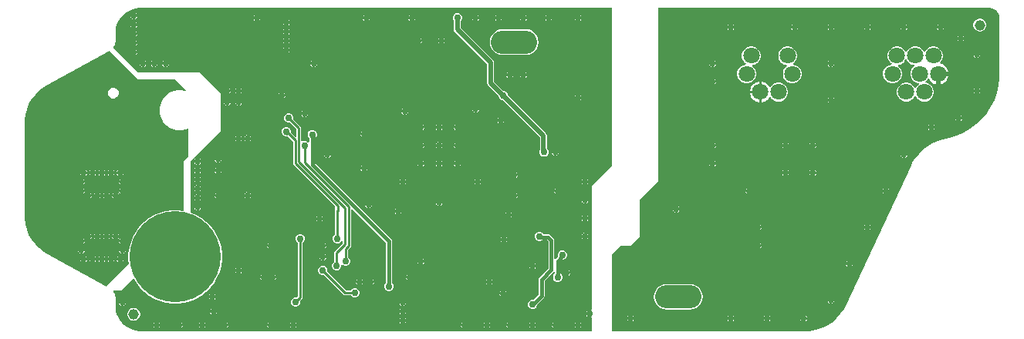
<source format=gbl>
G04*
G04 #@! TF.GenerationSoftware,Altium Limited,Altium Designer,23.2.1 (34)*
G04*
G04 Layer_Physical_Order=2*
G04 Layer_Color=16711680*
%FSLAX44Y44*%
%MOMM*%
G71*
G04*
G04 #@! TF.SameCoordinates,C9E59ACA-6E94-426F-9901-F0231D443E17*
G04*
G04*
G04 #@! TF.FilePolarity,Positive*
G04*
G01*
G75*
%ADD15C,0.2540*%
%ADD85C,0.3810*%
%ADD86C,0.5000*%
%ADD91C,1.1520*%
%ADD93C,1.8000*%
%ADD95C,10.0000*%
%ADD96O,5.0800X2.5400*%
%ADD97C,0.7620*%
G36*
X650000Y187500D02*
X627500Y165000D01*
Y29463D01*
X626270Y28641D01*
Y25000D01*
Y21359D01*
X627500Y20537D01*
Y6028D01*
X132446D01*
X130645Y6028D01*
X127074Y6499D01*
X123595Y7431D01*
X120267Y8809D01*
X117148Y10610D01*
X114290Y12803D01*
X111743Y15350D01*
X109550Y18207D01*
X107749Y21327D01*
X106371Y24655D01*
X105438Y28134D01*
X104968Y31705D01*
X104968Y33506D01*
Y42066D01*
X104951Y42152D01*
X104963Y42239D01*
X104875Y43555D01*
X104807Y43805D01*
X104789Y44064D01*
X104097Y46605D01*
X103944Y46912D01*
X103830Y47237D01*
X102495Y49507D01*
X102775Y50749D01*
X111061D01*
X123898Y63586D01*
X125157Y63420D01*
X127729Y58965D01*
X131820Y53633D01*
X136573Y48881D01*
X141905Y44789D01*
X147725Y41429D01*
X153934Y38857D01*
X160426Y37117D01*
X167090Y36240D01*
X173810D01*
X180474Y37117D01*
X186966Y38857D01*
X193175Y41429D01*
X198995Y44789D01*
X204327Y48881D01*
X209079Y53633D01*
X213171Y58965D01*
X216531Y64785D01*
X219103Y70994D01*
X220843Y77486D01*
X221720Y84150D01*
Y90870D01*
X220843Y97534D01*
X219103Y104026D01*
X216531Y110235D01*
X213171Y116055D01*
X209079Y121387D01*
X204327Y126139D01*
X198995Y130231D01*
X193175Y133591D01*
X187500Y135942D01*
Y192500D01*
X220000Y225000D01*
Y267500D01*
X197500Y290000D01*
X130000D01*
X102495Y317505D01*
X103831Y319774D01*
X103944Y320099D01*
X104097Y320407D01*
X104789Y322948D01*
X104808Y323206D01*
X104875Y323457D01*
X104963Y324773D01*
X104951Y324860D01*
X104968Y324945D01*
X104968Y333508D01*
X104968Y335308D01*
X105439Y338879D01*
X106371Y342358D01*
X107750Y345686D01*
X109551Y348805D01*
X111743Y351663D01*
X114290Y354210D01*
X117148Y356402D01*
X120267Y358203D01*
X123595Y359581D01*
X127074Y360513D01*
X130645Y360984D01*
X132446Y360984D01*
X220993D01*
X650000Y360984D01*
Y187500D01*
D02*
G37*
G36*
X130000Y282500D02*
X170000D01*
X182004Y270496D01*
X181349Y269517D01*
X181251Y269453D01*
X177094Y270280D01*
X172806D01*
X168600Y269443D01*
X164638Y267802D01*
X161072Y265420D01*
X158040Y262388D01*
X155658Y258822D01*
X154017Y254860D01*
X153180Y250654D01*
Y246366D01*
X154017Y242160D01*
X155658Y238198D01*
X158040Y234632D01*
X161072Y231600D01*
X164638Y229218D01*
X168600Y227577D01*
X172806Y226740D01*
X177094D01*
X181300Y227577D01*
X183944Y228672D01*
X185000Y227966D01*
Y197500D01*
X180000Y192500D01*
Y138928D01*
X179045Y138091D01*
X173810Y138780D01*
X167090D01*
X160426Y137903D01*
X153934Y136163D01*
X147725Y133591D01*
X141905Y130231D01*
X136573Y126139D01*
X131820Y121387D01*
X127729Y116055D01*
X124369Y110235D01*
X121797Y104026D01*
X120057Y97534D01*
X119180Y90870D01*
Y84150D01*
X119758Y79758D01*
X94982Y54982D01*
X29389Y91423D01*
X26625Y92958D01*
X21555Y96734D01*
X17030Y101149D01*
X13129Y106124D01*
X9923Y111573D01*
X7468Y117399D01*
X5806Y123499D01*
X4968Y129765D01*
Y132926D01*
Y234086D01*
X4968Y237247D01*
X5806Y243513D01*
X7468Y249613D01*
X9923Y255438D01*
X13129Y260887D01*
X17030Y265863D01*
X21555Y270278D01*
X26625Y274053D01*
X29389Y275589D01*
X29389Y275589D01*
X98510Y313990D01*
X130000Y282500D01*
D02*
G37*
G36*
X1066973Y360552D02*
X1069016Y359706D01*
X1070854Y358478D01*
X1072418Y356914D01*
X1073646Y355076D01*
X1074492Y353033D01*
X1074924Y350865D01*
Y349759D01*
Y288506D01*
X1074923Y284314D01*
X1073957Y275985D01*
X1072036Y267824D01*
X1069187Y259938D01*
X1065449Y252434D01*
X1060870Y245411D01*
X1055511Y238962D01*
X1049445Y233174D01*
X1042752Y228124D01*
X1035522Y223880D01*
X1027850Y220497D01*
X1019840Y218022D01*
X1015718Y217254D01*
X1015682Y217239D01*
X1015643Y217239D01*
X1012745Y216609D01*
X1012638Y216562D01*
X1012522Y216550D01*
X1006865Y214781D01*
X1006729Y214707D01*
X1006577Y214672D01*
X1001169Y212246D01*
X1001043Y212156D01*
X1000897Y212103D01*
X995815Y209053D01*
X995700Y208949D01*
X995561Y208879D01*
X990876Y205248D01*
X990774Y205131D01*
X990644Y205046D01*
X986423Y200885D01*
X986335Y200757D01*
X986217Y200657D01*
X982518Y196025D01*
X982447Y195887D01*
X982341Y195774D01*
X979217Y190736D01*
X979175Y190627D01*
X979104Y190535D01*
X977771Y187886D01*
X977761Y187848D01*
X977738Y187817D01*
X905751Y33441D01*
X904326Y30385D01*
X900641Y24737D01*
X896194Y19667D01*
X891075Y15275D01*
X885388Y11652D01*
X879245Y8868D01*
X872770Y6981D01*
X866094Y6028D01*
X862722Y6028D01*
X650000D01*
Y90000D01*
X660000Y100000D01*
X670000D01*
X680000Y110000D01*
Y150000D01*
X700000Y170000D01*
Y360984D01*
X1063700Y360984D01*
X1064805D01*
X1066973Y360552D01*
D02*
G37*
%LPC*%
G36*
X126270Y356098D02*
Y353770D01*
X128598D01*
X128230Y354658D01*
X127158Y355730D01*
X126270Y356098D01*
D02*
G37*
G36*
X123730D02*
X122842Y355730D01*
X121770Y354658D01*
X121402Y353770D01*
X123730D01*
Y356098D01*
D02*
G37*
G36*
X613770Y353598D02*
Y351270D01*
X616098D01*
X615730Y352158D01*
X614658Y353230D01*
X613770Y353598D01*
D02*
G37*
G36*
X611230D02*
X610342Y353230D01*
X609270Y352158D01*
X608902Y351270D01*
X611230D01*
Y353598D01*
D02*
G37*
G36*
X581270D02*
Y351270D01*
X583598D01*
X583230Y352158D01*
X582158Y353230D01*
X581270Y353598D01*
D02*
G37*
G36*
X578730D02*
X577842Y353230D01*
X576770Y352158D01*
X576402Y351270D01*
X578730D01*
Y353598D01*
D02*
G37*
G36*
X553770D02*
Y351270D01*
X556098D01*
X555730Y352158D01*
X554658Y353230D01*
X553770Y353598D01*
D02*
G37*
G36*
X551230D02*
X550342Y353230D01*
X549270Y352158D01*
X548902Y351270D01*
X551230D01*
Y353598D01*
D02*
G37*
G36*
X526270D02*
Y351270D01*
X528598D01*
X528230Y352158D01*
X527158Y353230D01*
X526270Y353598D01*
D02*
G37*
G36*
X523730D02*
X522842Y353230D01*
X521770Y352158D01*
X521402Y351270D01*
X523730D01*
Y353598D01*
D02*
G37*
G36*
X501270D02*
Y351270D01*
X503598D01*
X503230Y352158D01*
X502158Y353230D01*
X501270Y353598D01*
D02*
G37*
G36*
X498730D02*
X497842Y353230D01*
X496770Y352158D01*
X496402Y351270D01*
X498730D01*
Y353598D01*
D02*
G37*
G36*
X431270D02*
Y351270D01*
X433598D01*
X433230Y352158D01*
X432158Y353230D01*
X431270Y353598D01*
D02*
G37*
G36*
X428730D02*
X427842Y353230D01*
X426770Y352158D01*
X426402Y351270D01*
X428730D01*
Y353598D01*
D02*
G37*
G36*
X381270D02*
Y351270D01*
X383598D01*
X383230Y352158D01*
X382158Y353230D01*
X381270Y353598D01*
D02*
G37*
G36*
X378730D02*
X377842Y353230D01*
X376770Y352158D01*
X376402Y351270D01*
X378730D01*
Y353598D01*
D02*
G37*
G36*
X261270D02*
Y351270D01*
X263598D01*
X263230Y352158D01*
X262158Y353230D01*
X261270Y353598D01*
D02*
G37*
G36*
X258730D02*
X257842Y353230D01*
X256770Y352158D01*
X256402Y351270D01*
X258730D01*
Y353598D01*
D02*
G37*
G36*
X128598Y351230D02*
X126270D01*
Y348902D01*
X127158Y349270D01*
X128230Y350342D01*
X128598Y351230D01*
D02*
G37*
G36*
X123730D02*
X121402D01*
X121770Y350342D01*
X122842Y349270D01*
X123730Y348902D01*
Y351230D01*
D02*
G37*
G36*
X616098Y348730D02*
X613770D01*
Y346402D01*
X614658Y346770D01*
X615730Y347842D01*
X616098Y348730D01*
D02*
G37*
G36*
X611230D02*
X608902D01*
X609270Y347842D01*
X610342Y346770D01*
X611230Y346402D01*
Y348730D01*
D02*
G37*
G36*
X583598D02*
X581270D01*
Y346402D01*
X582158Y346770D01*
X583230Y347842D01*
X583598Y348730D01*
D02*
G37*
G36*
X578730D02*
X576402D01*
X576770Y347842D01*
X577842Y346770D01*
X578730Y346402D01*
Y348730D01*
D02*
G37*
G36*
X556098D02*
X553770D01*
Y346402D01*
X554658Y346770D01*
X555730Y347842D01*
X556098Y348730D01*
D02*
G37*
G36*
X551230D02*
X548902D01*
X549270Y347842D01*
X550342Y346770D01*
X551230Y346402D01*
Y348730D01*
D02*
G37*
G36*
X528598D02*
X526270D01*
Y346402D01*
X527158Y346770D01*
X528230Y347842D01*
X528598Y348730D01*
D02*
G37*
G36*
X523730D02*
X521402D01*
X521770Y347842D01*
X522842Y346770D01*
X523730Y346402D01*
Y348730D01*
D02*
G37*
G36*
X503598D02*
X501270D01*
Y346402D01*
X502158Y346770D01*
X503230Y347842D01*
X503598Y348730D01*
D02*
G37*
G36*
X498730D02*
X496402D01*
X496770Y347842D01*
X497842Y346770D01*
X498730Y346402D01*
Y348730D01*
D02*
G37*
G36*
X433598D02*
X431270D01*
Y346402D01*
X432158Y346770D01*
X433230Y347842D01*
X433598Y348730D01*
D02*
G37*
G36*
X428730D02*
X426402D01*
X426770Y347842D01*
X427842Y346770D01*
X428730Y346402D01*
Y348730D01*
D02*
G37*
G36*
X383598D02*
X381270D01*
Y346402D01*
X382158Y346770D01*
X383230Y347842D01*
X383598Y348730D01*
D02*
G37*
G36*
X378730D02*
X376402D01*
X376770Y347842D01*
X377842Y346770D01*
X378730Y346402D01*
Y348730D01*
D02*
G37*
G36*
X263598D02*
X261270D01*
Y346402D01*
X262158Y346770D01*
X263230Y347842D01*
X263598Y348730D01*
D02*
G37*
G36*
X258730D02*
X256402D01*
X256770Y347842D01*
X257842Y346770D01*
X258730Y346402D01*
Y348730D01*
D02*
G37*
G36*
X293770Y348598D02*
Y346270D01*
X296098D01*
X295730Y347158D01*
X294658Y348230D01*
X293770Y348598D01*
D02*
G37*
G36*
X291230D02*
X290342Y348230D01*
X289270Y347158D01*
X288902Y346270D01*
X291230D01*
Y348598D01*
D02*
G37*
G36*
X126270Y346098D02*
Y343770D01*
X128598D01*
X128230Y344658D01*
X127158Y345730D01*
X126270Y346098D01*
D02*
G37*
G36*
X123730D02*
X122842Y345730D01*
X121770Y344658D01*
X121402Y343770D01*
X123730D01*
Y346098D01*
D02*
G37*
G36*
X296098Y343730D02*
X293770D01*
Y341402D01*
X294658Y341770D01*
X295730Y342842D01*
X296098Y343730D01*
D02*
G37*
G36*
X291230D02*
X288902D01*
X289270Y342842D01*
X290342Y341770D01*
X291230Y341402D01*
Y343730D01*
D02*
G37*
G36*
X128598Y341230D02*
X126270D01*
Y338902D01*
X127158Y339270D01*
X128230Y340342D01*
X128598Y341230D01*
D02*
G37*
G36*
X123730D02*
X121402D01*
X121770Y340342D01*
X122842Y339270D01*
X123730Y338902D01*
Y341230D01*
D02*
G37*
G36*
X293770Y338598D02*
Y336270D01*
X296098D01*
X295730Y337158D01*
X294658Y338230D01*
X293770Y338598D01*
D02*
G37*
G36*
X291230D02*
X290342Y338230D01*
X289270Y337158D01*
X288902Y336270D01*
X291230D01*
Y338598D01*
D02*
G37*
G36*
X126270Y336098D02*
Y333770D01*
X128598D01*
X128230Y334658D01*
X127158Y335730D01*
X126270Y336098D01*
D02*
G37*
G36*
X123730D02*
X122842Y335730D01*
X121770Y334658D01*
X121402Y333770D01*
X123730D01*
Y336098D01*
D02*
G37*
G36*
X296098Y333730D02*
X293770D01*
Y331402D01*
X294658Y331770D01*
X295730Y332842D01*
X296098Y333730D01*
D02*
G37*
G36*
X291230D02*
X288902D01*
X289270Y332842D01*
X290342Y331770D01*
X291230Y331402D01*
Y333730D01*
D02*
G37*
G36*
X128598Y331230D02*
X126270D01*
Y328902D01*
X127158Y329270D01*
X128230Y330342D01*
X128598Y331230D01*
D02*
G37*
G36*
X123730D02*
X121402D01*
X121770Y330342D01*
X122842Y329270D01*
X123730Y328902D01*
Y331230D01*
D02*
G37*
G36*
X463770Y328598D02*
Y326270D01*
X466098D01*
X465730Y327158D01*
X464658Y328230D01*
X463770Y328598D01*
D02*
G37*
G36*
X461230D02*
X460342Y328230D01*
X459270Y327158D01*
X458902Y326270D01*
X461230D01*
Y328598D01*
D02*
G37*
G36*
X438770D02*
Y326270D01*
X441098D01*
X440730Y327158D01*
X439658Y328230D01*
X438770Y328598D01*
D02*
G37*
G36*
X436230D02*
X435342Y328230D01*
X434270Y327158D01*
X433902Y326270D01*
X436230D01*
Y328598D01*
D02*
G37*
G36*
X293770D02*
Y326270D01*
X296098D01*
X295730Y327158D01*
X294658Y328230D01*
X293770Y328598D01*
D02*
G37*
G36*
X291230D02*
X290342Y328230D01*
X289270Y327158D01*
X288902Y326270D01*
X291230D01*
Y328598D01*
D02*
G37*
G36*
X126270Y326098D02*
Y323770D01*
X128598D01*
X128230Y324658D01*
X127158Y325730D01*
X126270Y326098D01*
D02*
G37*
G36*
X123730D02*
X122842Y325730D01*
X121770Y324658D01*
X121402Y323770D01*
X123730D01*
Y326098D01*
D02*
G37*
G36*
X466098Y323730D02*
X463770D01*
Y321402D01*
X464658Y321770D01*
X465730Y322842D01*
X466098Y323730D01*
D02*
G37*
G36*
X461230D02*
X458902D01*
X459270Y322842D01*
X460342Y321770D01*
X461230Y321402D01*
Y323730D01*
D02*
G37*
G36*
X441098D02*
X438770D01*
Y321402D01*
X439658Y321770D01*
X440730Y322842D01*
X441098Y323730D01*
D02*
G37*
G36*
X436230D02*
X433902D01*
X434270Y322842D01*
X435342Y321770D01*
X436230Y321402D01*
Y323730D01*
D02*
G37*
G36*
X296098D02*
X293770D01*
Y321402D01*
X294658Y321770D01*
X295730Y322842D01*
X296098Y323730D01*
D02*
G37*
G36*
X291230D02*
X288902D01*
X289270Y322842D01*
X290342Y321770D01*
X291230Y321402D01*
Y323730D01*
D02*
G37*
G36*
X128598Y321230D02*
X126270D01*
Y318902D01*
X127158Y319270D01*
X128230Y320342D01*
X128598Y321230D01*
D02*
G37*
G36*
X123730D02*
X121402D01*
X121770Y320342D01*
X122842Y319270D01*
X123730Y318902D01*
Y321230D01*
D02*
G37*
G36*
X293770Y318598D02*
Y316270D01*
X296098D01*
X295730Y317158D01*
X294658Y318230D01*
X293770Y318598D01*
D02*
G37*
G36*
X291230D02*
X290342Y318230D01*
X289270Y317158D01*
X288902Y316270D01*
X291230D01*
Y318598D01*
D02*
G37*
G36*
X126270Y316098D02*
Y313770D01*
X128598D01*
X128230Y314658D01*
X127158Y315730D01*
X126270Y316098D01*
D02*
G37*
G36*
X123730D02*
X122842Y315730D01*
X121770Y314658D01*
X121402Y313770D01*
X123730D01*
Y316098D01*
D02*
G37*
G36*
X296098Y313730D02*
X293770D01*
Y311402D01*
X294658Y311770D01*
X295730Y312842D01*
X296098Y313730D01*
D02*
G37*
G36*
X291230D02*
X288902D01*
X289270Y312842D01*
X290342Y311770D01*
X291230Y311402D01*
Y313730D01*
D02*
G37*
G36*
X555150Y337601D02*
X529750D01*
X526103Y337120D01*
X522705Y335713D01*
X519786Y333474D01*
X517547Y330555D01*
X516140Y327157D01*
X515659Y323510D01*
X516140Y319863D01*
X517547Y316465D01*
X519786Y313547D01*
X522705Y311307D01*
X526103Y309900D01*
X529750Y309419D01*
X555150D01*
X558797Y309900D01*
X562195Y311307D01*
X565113Y313547D01*
X567353Y316465D01*
X568760Y319863D01*
X569240Y323510D01*
X568760Y327157D01*
X567353Y330555D01*
X565113Y333474D01*
X562195Y335713D01*
X558797Y337120D01*
X555150Y337601D01*
D02*
G37*
G36*
X128598Y311230D02*
X126270D01*
Y308902D01*
X127158Y309270D01*
X128230Y310342D01*
X128598Y311230D01*
D02*
G37*
G36*
X123730D02*
X121402D01*
X121770Y310342D01*
X122842Y309270D01*
X123730Y308902D01*
Y311230D01*
D02*
G37*
G36*
X323770Y303598D02*
Y301270D01*
X326098D01*
X325730Y302158D01*
X324658Y303230D01*
X323770Y303598D01*
D02*
G37*
G36*
X321230D02*
X320342Y303230D01*
X319270Y302158D01*
X318902Y301270D01*
X321230D01*
Y303598D01*
D02*
G37*
G36*
X161270D02*
Y301270D01*
X163598D01*
X163230Y302158D01*
X162158Y303230D01*
X161270Y303598D01*
D02*
G37*
G36*
X158730D02*
X157842Y303230D01*
X156770Y302158D01*
X156402Y301270D01*
X158730D01*
Y303598D01*
D02*
G37*
G36*
X148770D02*
Y301270D01*
X151098D01*
X150730Y302158D01*
X149658Y303230D01*
X148770Y303598D01*
D02*
G37*
G36*
X146230D02*
X145342Y303230D01*
X144270Y302158D01*
X143902Y301270D01*
X146230D01*
Y303598D01*
D02*
G37*
G36*
X136270D02*
Y301270D01*
X138598D01*
X138230Y302158D01*
X137158Y303230D01*
X136270Y303598D01*
D02*
G37*
G36*
X133730D02*
X132842Y303230D01*
X131770Y302158D01*
X131402Y301270D01*
X133730D01*
Y303598D01*
D02*
G37*
G36*
X326098Y298730D02*
X323770D01*
Y296402D01*
X324658Y296770D01*
X325730Y297842D01*
X326098Y298730D01*
D02*
G37*
G36*
X321230D02*
X318902D01*
X319270Y297842D01*
X320342Y296770D01*
X321230Y296402D01*
Y298730D01*
D02*
G37*
G36*
X163598D02*
X161270D01*
Y296402D01*
X162158Y296770D01*
X163230Y297842D01*
X163598Y298730D01*
D02*
G37*
G36*
X158730D02*
X156402D01*
X156770Y297842D01*
X157842Y296770D01*
X158730Y296402D01*
Y298730D01*
D02*
G37*
G36*
X151098D02*
X148770D01*
Y296402D01*
X149658Y296770D01*
X150730Y297842D01*
X151098Y298730D01*
D02*
G37*
G36*
X146230D02*
X143902D01*
X144270Y297842D01*
X145342Y296770D01*
X146230Y296402D01*
Y298730D01*
D02*
G37*
G36*
X138598D02*
X136270D01*
Y296402D01*
X137158Y296770D01*
X138230Y297842D01*
X138598Y298730D01*
D02*
G37*
G36*
X133730D02*
X131402D01*
X131770Y297842D01*
X132842Y296770D01*
X133730Y296402D01*
Y298730D01*
D02*
G37*
G36*
X553770Y291098D02*
Y288770D01*
X556098D01*
X555730Y289658D01*
X554658Y290730D01*
X553770Y291098D01*
D02*
G37*
G36*
X551230D02*
X550342Y290730D01*
X549270Y289658D01*
X548902Y288770D01*
X551230D01*
Y291098D01*
D02*
G37*
G36*
X538770D02*
Y288770D01*
X541098D01*
X540730Y289658D01*
X539658Y290730D01*
X538770Y291098D01*
D02*
G37*
G36*
X536230D02*
X535342Y290730D01*
X534270Y289658D01*
X533902Y288770D01*
X536230D01*
Y291098D01*
D02*
G37*
G36*
X556098Y286230D02*
X553770D01*
Y283902D01*
X554658Y284270D01*
X555730Y285342D01*
X556098Y286230D01*
D02*
G37*
G36*
X551230D02*
X548902D01*
X549270Y285342D01*
X550342Y284270D01*
X551230Y283902D01*
Y286230D01*
D02*
G37*
G36*
X541098D02*
X538770D01*
Y283902D01*
X539658Y284270D01*
X540730Y285342D01*
X541098Y286230D01*
D02*
G37*
G36*
X536230D02*
X533902D01*
X534270Y285342D01*
X535342Y284270D01*
X536230Y283902D01*
Y286230D01*
D02*
G37*
G36*
X241270Y273598D02*
Y271270D01*
X243598D01*
X243230Y272158D01*
X242158Y273230D01*
X241270Y273598D01*
D02*
G37*
G36*
X238730D02*
X237842Y273230D01*
X236770Y272158D01*
X236402Y271270D01*
X238730D01*
Y273598D01*
D02*
G37*
G36*
X228770D02*
Y271270D01*
X231098D01*
X230730Y272158D01*
X229658Y273230D01*
X228770Y273598D01*
D02*
G37*
G36*
X226230D02*
X225342Y273230D01*
X224270Y272158D01*
X223902Y271270D01*
X226230D01*
Y273598D01*
D02*
G37*
G36*
X243598Y268730D02*
X241270D01*
Y266402D01*
X242158Y266770D01*
X243230Y267842D01*
X243598Y268730D01*
D02*
G37*
G36*
X238730D02*
X236402D01*
X236770Y267842D01*
X237842Y266770D01*
X238730Y266402D01*
Y268730D01*
D02*
G37*
G36*
X231098D02*
X228770D01*
Y266402D01*
X229658Y266770D01*
X230730Y267842D01*
X231098Y268730D01*
D02*
G37*
G36*
X226230D02*
X223902D01*
X224270Y267842D01*
X225342Y266770D01*
X226230Y266402D01*
Y268730D01*
D02*
G37*
G36*
X288770Y268598D02*
Y266270D01*
X291098D01*
X290730Y267158D01*
X289658Y268230D01*
X288770Y268598D01*
D02*
G37*
G36*
X286230D02*
X285342Y268230D01*
X284270Y267158D01*
X283902Y266270D01*
X286230D01*
Y268598D01*
D02*
G37*
G36*
X613770Y266098D02*
Y263770D01*
X616098D01*
X615730Y264658D01*
X614658Y265730D01*
X613770Y266098D01*
D02*
G37*
G36*
X611230D02*
X610342Y265730D01*
X609270Y264658D01*
X608902Y263770D01*
X611230D01*
Y266098D01*
D02*
G37*
G36*
X291098Y263730D02*
X288770D01*
Y261402D01*
X289658Y261770D01*
X290730Y262842D01*
X291098Y263730D01*
D02*
G37*
G36*
X286230D02*
X283902D01*
X284270Y262842D01*
X285342Y261770D01*
X286230Y261402D01*
Y263730D01*
D02*
G37*
G36*
X616098Y261230D02*
X613770D01*
Y258902D01*
X614658Y259270D01*
X615730Y260342D01*
X616098Y261230D01*
D02*
G37*
G36*
X611230D02*
X608902D01*
X609270Y260342D01*
X610342Y259270D01*
X611230Y258902D01*
Y261230D01*
D02*
G37*
G36*
X241270Y261098D02*
Y258770D01*
X243598D01*
X243230Y259658D01*
X242158Y260730D01*
X241270Y261098D01*
D02*
G37*
G36*
X238730D02*
X237842Y260730D01*
X236770Y259658D01*
X236402Y258770D01*
X238730D01*
Y261098D01*
D02*
G37*
G36*
X228770D02*
Y258770D01*
X231098D01*
X230730Y259658D01*
X229658Y260730D01*
X228770Y261098D01*
D02*
G37*
G36*
X226230D02*
X225342Y260730D01*
X224270Y259658D01*
X223902Y258770D01*
X226230D01*
Y261098D01*
D02*
G37*
G36*
X243598Y256230D02*
X241270D01*
Y253902D01*
X242158Y254270D01*
X243230Y255342D01*
X243598Y256230D01*
D02*
G37*
G36*
X238730D02*
X236402D01*
X236770Y255342D01*
X237842Y254270D01*
X238730Y253902D01*
Y256230D01*
D02*
G37*
G36*
X231098D02*
X228770D01*
Y253902D01*
X229658Y254270D01*
X230730Y255342D01*
X231098Y256230D01*
D02*
G37*
G36*
X226230D02*
X223902D01*
X224270Y255342D01*
X225342Y254270D01*
X226230Y253902D01*
Y256230D01*
D02*
G37*
G36*
X501270Y253598D02*
Y251270D01*
X503598D01*
X503230Y252158D01*
X502158Y253230D01*
X501270Y253598D01*
D02*
G37*
G36*
X498730D02*
X497842Y253230D01*
X496770Y252158D01*
X496402Y251270D01*
X498730D01*
Y253598D01*
D02*
G37*
G36*
X423770Y251098D02*
Y248770D01*
X426098D01*
X425730Y249658D01*
X424658Y250730D01*
X423770Y251098D01*
D02*
G37*
G36*
X421230D02*
X420342Y250730D01*
X419270Y249658D01*
X418902Y248770D01*
X421230D01*
Y251098D01*
D02*
G37*
G36*
X503598Y248730D02*
X501270D01*
Y246402D01*
X502158Y246770D01*
X503230Y247842D01*
X503598Y248730D01*
D02*
G37*
G36*
X498730D02*
X496402D01*
X496770Y247842D01*
X497842Y246770D01*
X498730Y246402D01*
Y248730D01*
D02*
G37*
G36*
X313770Y248598D02*
Y246270D01*
X316098D01*
X315730Y247158D01*
X314658Y248230D01*
X313770Y248598D01*
D02*
G37*
G36*
X311230D02*
X310342Y248230D01*
X309270Y247158D01*
X308902Y246270D01*
X311230D01*
Y248598D01*
D02*
G37*
G36*
X426098Y246230D02*
X423770D01*
Y243902D01*
X424658Y244270D01*
X425730Y245342D01*
X426098Y246230D01*
D02*
G37*
G36*
X421230D02*
X418902D01*
X419270Y245342D01*
X420342Y244270D01*
X421230Y243902D01*
Y246230D01*
D02*
G37*
G36*
X316098Y243730D02*
X313770D01*
Y241402D01*
X314658Y241770D01*
X315730Y242842D01*
X316098Y243730D01*
D02*
G37*
G36*
X311230D02*
X308902D01*
X309270Y242842D01*
X310342Y241770D01*
X311230Y241402D01*
Y243730D01*
D02*
G37*
G36*
X528770Y241098D02*
Y238770D01*
X531098D01*
X530730Y239658D01*
X529658Y240730D01*
X528770Y241098D01*
D02*
G37*
G36*
X526230D02*
X525342Y240730D01*
X524270Y239658D01*
X523902Y238770D01*
X526230D01*
Y241098D01*
D02*
G37*
G36*
X531098Y236230D02*
X528770D01*
Y233902D01*
X529658Y234270D01*
X530730Y235342D01*
X531098Y236230D01*
D02*
G37*
G36*
X526230D02*
X523902D01*
X524270Y235342D01*
X525342Y234270D01*
X526230Y233902D01*
Y236230D01*
D02*
G37*
G36*
X481270Y233598D02*
Y231270D01*
X483598D01*
X483230Y232158D01*
X482158Y233230D01*
X481270Y233598D01*
D02*
G37*
G36*
X478730D02*
X477842Y233230D01*
X476770Y232158D01*
X476402Y231270D01*
X478730D01*
Y233598D01*
D02*
G37*
G36*
X461270D02*
Y231270D01*
X463598D01*
X463230Y232158D01*
X462158Y233230D01*
X461270Y233598D01*
D02*
G37*
G36*
X458730D02*
X457842Y233230D01*
X456770Y232158D01*
X456402Y231270D01*
X458730D01*
Y233598D01*
D02*
G37*
G36*
X441270D02*
Y231270D01*
X443598D01*
X443230Y232158D01*
X442158Y233230D01*
X441270Y233598D01*
D02*
G37*
G36*
X438730D02*
X437842Y233230D01*
X436770Y232158D01*
X436402Y231270D01*
X438730D01*
Y233598D01*
D02*
G37*
G36*
X483598Y228730D02*
X481270D01*
Y226402D01*
X482158Y226770D01*
X483230Y227842D01*
X483598Y228730D01*
D02*
G37*
G36*
X478730D02*
X476402D01*
X476770Y227842D01*
X477842Y226770D01*
X478730Y226402D01*
Y228730D01*
D02*
G37*
G36*
X463598D02*
X461270D01*
Y226402D01*
X462158Y226770D01*
X463230Y227842D01*
X463598Y228730D01*
D02*
G37*
G36*
X458730D02*
X456402D01*
X456770Y227842D01*
X457842Y226770D01*
X458730Y226402D01*
Y228730D01*
D02*
G37*
G36*
X443598D02*
X441270D01*
Y226402D01*
X442158Y226770D01*
X443230Y227842D01*
X443598Y228730D01*
D02*
G37*
G36*
X438730D02*
X436402D01*
X436770Y227842D01*
X437842Y226770D01*
X438730Y226402D01*
Y228730D01*
D02*
G37*
G36*
X378770Y226098D02*
Y223770D01*
X381098D01*
X380730Y224658D01*
X379658Y225730D01*
X378770Y226098D01*
D02*
G37*
G36*
X376230D02*
X375342Y225730D01*
X374270Y224658D01*
X373902Y223770D01*
X376230D01*
Y226098D01*
D02*
G37*
G36*
X381098Y221230D02*
X378770D01*
Y218902D01*
X379658Y219270D01*
X380730Y220342D01*
X381098Y221230D01*
D02*
G37*
G36*
X376230D02*
X373902D01*
X374270Y220342D01*
X375342Y219270D01*
X376230Y218902D01*
Y221230D01*
D02*
G37*
G36*
X296010Y245080D02*
X293990D01*
X292122Y244307D01*
X290693Y242878D01*
X289920Y241010D01*
Y238990D01*
X290693Y237122D01*
X292122Y235693D01*
X293990Y234920D01*
X296010D01*
X296298Y235039D01*
X303560Y227777D01*
Y219262D01*
X302387Y218776D01*
X297461Y223702D01*
X297580Y223990D01*
Y226010D01*
X296807Y227878D01*
X295378Y229307D01*
X293510Y230080D01*
X291490D01*
X289622Y229307D01*
X288193Y227878D01*
X287420Y226010D01*
Y223990D01*
X288193Y222122D01*
X289622Y220693D01*
X291490Y219920D01*
X293510D01*
X293798Y220039D01*
X299654Y214184D01*
Y209647D01*
X299750Y209163D01*
Y190191D01*
X299947Y189200D01*
X300509Y188360D01*
X346062Y142807D01*
Y139380D01*
X346003Y139293D01*
X345806Y138302D01*
Y111926D01*
X345518Y111807D01*
X344089Y110378D01*
X343316Y108511D01*
Y106490D01*
X344089Y104622D01*
X345518Y103193D01*
X347385Y102420D01*
X349407D01*
X351274Y103193D01*
X352703Y104622D01*
X353062Y105491D01*
X354332Y105238D01*
Y102282D01*
X345669Y93619D01*
X345107Y92779D01*
X344910Y91788D01*
Y81926D01*
X344622Y81807D01*
X343193Y80378D01*
X342420Y78510D01*
Y76490D01*
X343193Y74622D01*
X344622Y73193D01*
X346489Y72420D01*
X348511D01*
X350378Y73193D01*
X351807Y74622D01*
X352580Y76490D01*
Y78440D01*
X352775Y78614D01*
X353707Y79109D01*
X354622Y78193D01*
X356489Y77420D01*
X358511D01*
X360378Y78193D01*
X361807Y79622D01*
X362580Y81489D01*
Y83511D01*
X361807Y85378D01*
X360378Y86807D01*
X360090Y86926D01*
Y95327D01*
X362563Y97800D01*
X363125Y98640D01*
X363322Y99632D01*
Y140034D01*
X364495Y140520D01*
X401763Y103253D01*
Y58947D01*
X400693Y57878D01*
X399920Y56010D01*
Y53990D01*
X400693Y52122D01*
X402122Y50693D01*
X403989Y49920D01*
X406011D01*
X407878Y50693D01*
X409307Y52122D01*
X410080Y53990D01*
Y56010D01*
X409307Y57878D01*
X408237Y58947D01*
Y104593D01*
X407991Y105832D01*
X407289Y106883D01*
X323977Y190194D01*
Y217813D01*
X325047Y218882D01*
X325820Y220749D01*
Y222770D01*
X325047Y224638D01*
X323618Y226066D01*
X321751Y226840D01*
X319730D01*
X317862Y226066D01*
X316434Y224638D01*
X315660Y222770D01*
Y220749D01*
X316434Y218882D01*
X317503Y217813D01*
Y213977D01*
X316233Y213451D01*
X315378Y214307D01*
X313510Y215080D01*
X311490D01*
X310010Y214467D01*
X308740Y215083D01*
Y228850D01*
X308543Y229841D01*
X307981Y230681D01*
X299961Y238702D01*
X300080Y238990D01*
Y241010D01*
X299307Y242878D01*
X297878Y244307D01*
X296010Y245080D01*
D02*
G37*
G36*
X251270Y221098D02*
Y218770D01*
X253598D01*
X253230Y219658D01*
X252158Y220730D01*
X251270Y221098D01*
D02*
G37*
G36*
X248730D02*
X247842Y220730D01*
X246770Y219658D01*
X246402Y218770D01*
X248730D01*
Y221098D01*
D02*
G37*
G36*
X241270D02*
Y218770D01*
X243598D01*
X243230Y219658D01*
X242158Y220730D01*
X241270Y221098D01*
D02*
G37*
G36*
X238730D02*
X237842Y220730D01*
X236770Y219658D01*
X236402Y218770D01*
X238730D01*
Y221098D01*
D02*
G37*
G36*
X253598Y216230D02*
X251270D01*
Y213902D01*
X252158Y214270D01*
X253230Y215342D01*
X253598Y216230D01*
D02*
G37*
G36*
X248730D02*
X246402D01*
X246770Y215342D01*
X247842Y214270D01*
X248730Y213902D01*
Y216230D01*
D02*
G37*
G36*
X243598D02*
X241270D01*
Y213902D01*
X242158Y214270D01*
X243230Y215342D01*
X243598Y216230D01*
D02*
G37*
G36*
X238730D02*
X236402D01*
X236770Y215342D01*
X237842Y214270D01*
X238730Y213902D01*
Y216230D01*
D02*
G37*
G36*
X481270Y213598D02*
Y211270D01*
X483598D01*
X483230Y212158D01*
X482158Y213230D01*
X481270Y213598D01*
D02*
G37*
G36*
X478730D02*
X477842Y213230D01*
X476770Y212158D01*
X476402Y211270D01*
X478730D01*
Y213598D01*
D02*
G37*
G36*
X461270D02*
Y211270D01*
X463598D01*
X463230Y212158D01*
X462158Y213230D01*
X461270Y213598D01*
D02*
G37*
G36*
X458730D02*
X457842Y213230D01*
X456770Y212158D01*
X456402Y211270D01*
X458730D01*
Y213598D01*
D02*
G37*
G36*
X441270D02*
Y211270D01*
X443598D01*
X443230Y212158D01*
X442158Y213230D01*
X441270Y213598D01*
D02*
G37*
G36*
X438730D02*
X437842Y213230D01*
X436770Y212158D01*
X436402Y211270D01*
X438730D01*
Y213598D01*
D02*
G37*
G36*
X483598Y208730D02*
X481270D01*
Y206402D01*
X482158Y206770D01*
X483230Y207842D01*
X483598Y208730D01*
D02*
G37*
G36*
X478730D02*
X476402D01*
X476770Y207842D01*
X477842Y206770D01*
X478730Y206402D01*
Y208730D01*
D02*
G37*
G36*
X463598D02*
X461270D01*
Y206402D01*
X462158Y206770D01*
X463230Y207842D01*
X463598Y208730D01*
D02*
G37*
G36*
X458730D02*
X456402D01*
X456770Y207842D01*
X457842Y206770D01*
X458730Y206402D01*
Y208730D01*
D02*
G37*
G36*
X443598D02*
X441270D01*
Y206402D01*
X442158Y206770D01*
X443230Y207842D01*
X443598Y208730D01*
D02*
G37*
G36*
X438730D02*
X436402D01*
X436770Y207842D01*
X437842Y206770D01*
X438730Y206402D01*
Y208730D01*
D02*
G37*
G36*
X588770Y206098D02*
Y203770D01*
X591098D01*
X590730Y204658D01*
X589658Y205730D01*
X588770Y206098D01*
D02*
G37*
G36*
X586230D02*
X585342Y205730D01*
X584270Y204658D01*
X583902Y203770D01*
X586230D01*
Y206098D01*
D02*
G37*
G36*
X338770Y203598D02*
Y201270D01*
X341098D01*
X340730Y202158D01*
X339658Y203230D01*
X338770Y203598D01*
D02*
G37*
G36*
X336230D02*
X335342Y203230D01*
X334270Y202158D01*
X333902Y201270D01*
X336230D01*
Y203598D01*
D02*
G37*
G36*
X591098Y201230D02*
X588770D01*
Y198902D01*
X589658Y199270D01*
X590730Y200342D01*
X591098Y201230D01*
D02*
G37*
G36*
X586230D02*
X583902D01*
X584270Y200342D01*
X585342Y199270D01*
X586230Y198902D01*
Y201230D01*
D02*
G37*
G36*
X481011Y355080D02*
X478989D01*
X477122Y354307D01*
X475693Y352878D01*
X474920Y351011D01*
Y348989D01*
X475693Y347122D01*
X476156Y346660D01*
Y337335D01*
X476156Y337335D01*
X476449Y335864D01*
X477282Y334617D01*
X512779Y299120D01*
Y278377D01*
X512779Y278377D01*
X513071Y276906D01*
X513905Y275659D01*
X524920Y264644D01*
Y263990D01*
X525693Y262122D01*
X527122Y260693D01*
X528989Y259920D01*
X529644D01*
X570658Y218906D01*
Y205291D01*
X569920Y203510D01*
Y201490D01*
X570693Y199622D01*
X572122Y198193D01*
X573989Y197420D01*
X576011D01*
X577878Y198193D01*
X579307Y199622D01*
X580080Y201490D01*
Y203510D01*
X579307Y205378D01*
X578345Y206339D01*
Y220498D01*
X578345Y220499D01*
X578053Y221970D01*
X577220Y223217D01*
X535080Y265356D01*
Y266010D01*
X534307Y267878D01*
X532878Y269307D01*
X531011Y270080D01*
X530356D01*
X520466Y279970D01*
Y300712D01*
X520467Y300712D01*
X520174Y302183D01*
X519341Y303430D01*
X519341Y303430D01*
X483844Y338927D01*
Y346660D01*
X484307Y347122D01*
X485080Y348989D01*
Y351011D01*
X484307Y352878D01*
X482878Y354307D01*
X481011Y355080D01*
D02*
G37*
G36*
X341098Y198730D02*
X338770D01*
Y196402D01*
X339658Y196770D01*
X340730Y197842D01*
X341098Y198730D01*
D02*
G37*
G36*
X336230D02*
X333902D01*
X334270Y197842D01*
X335342Y196770D01*
X336230Y196402D01*
Y198730D01*
D02*
G37*
G36*
X218770Y198598D02*
Y196270D01*
X221098D01*
X220730Y197158D01*
X219658Y198230D01*
X218770Y198598D01*
D02*
G37*
G36*
X216230D02*
X215342Y198230D01*
X214270Y197158D01*
X213902Y196270D01*
X216230D01*
Y198598D01*
D02*
G37*
G36*
X196270Y196098D02*
Y193770D01*
X198598D01*
X198230Y194658D01*
X197158Y195730D01*
X196270Y196098D01*
D02*
G37*
G36*
X193730D02*
X192842Y195730D01*
X191770Y194658D01*
X191402Y193770D01*
X193730D01*
Y196098D01*
D02*
G37*
G36*
X221098Y193730D02*
X218770D01*
Y191402D01*
X219658Y191770D01*
X220730Y192842D01*
X221098Y193730D01*
D02*
G37*
G36*
X216230D02*
X213902D01*
X214270Y192842D01*
X215342Y191770D01*
X216230Y191402D01*
Y193730D01*
D02*
G37*
G36*
X481270Y193598D02*
Y191270D01*
X483598D01*
X483230Y192158D01*
X482158Y193230D01*
X481270Y193598D01*
D02*
G37*
G36*
X478730D02*
X477842Y193230D01*
X476770Y192158D01*
X476402Y191270D01*
X478730D01*
Y193598D01*
D02*
G37*
G36*
X461270D02*
Y191270D01*
X463598D01*
X463230Y192158D01*
X462158Y193230D01*
X461270Y193598D01*
D02*
G37*
G36*
X458730D02*
X457842Y193230D01*
X456770Y192158D01*
X456402Y191270D01*
X458730D01*
Y193598D01*
D02*
G37*
G36*
X441270D02*
Y191270D01*
X443598D01*
X443230Y192158D01*
X442158Y193230D01*
X441270Y193598D01*
D02*
G37*
G36*
X438730D02*
X437842Y193230D01*
X436770Y192158D01*
X436402Y191270D01*
X438730D01*
Y193598D01*
D02*
G37*
G36*
X198598Y191230D02*
X196270D01*
Y188902D01*
X197158Y189270D01*
X198230Y190342D01*
X198598Y191230D01*
D02*
G37*
G36*
X193730D02*
X191402D01*
X191770Y190342D01*
X192842Y189270D01*
X193730Y188902D01*
Y191230D01*
D02*
G37*
G36*
X483598Y188730D02*
X481270D01*
Y186402D01*
X482158Y186770D01*
X483230Y187842D01*
X483598Y188730D01*
D02*
G37*
G36*
X478730D02*
X476402D01*
X476770Y187842D01*
X477842Y186770D01*
X478730Y186402D01*
Y188730D01*
D02*
G37*
G36*
X463598D02*
X461270D01*
Y186402D01*
X462158Y186770D01*
X463230Y187842D01*
X463598Y188730D01*
D02*
G37*
G36*
X458730D02*
X456402D01*
X456770Y187842D01*
X457842Y186770D01*
X458730Y186402D01*
Y188730D01*
D02*
G37*
G36*
X443598D02*
X441270D01*
Y186402D01*
X442158Y186770D01*
X443230Y187842D01*
X443598Y188730D01*
D02*
G37*
G36*
X438730D02*
X436402D01*
X436770Y187842D01*
X437842Y186770D01*
X438730Y186402D01*
Y188730D01*
D02*
G37*
G36*
X378770Y188598D02*
Y186270D01*
X381098D01*
X380730Y187158D01*
X379658Y188230D01*
X378770Y188598D01*
D02*
G37*
G36*
X376230D02*
X375342Y188230D01*
X374270Y187158D01*
X373902Y186270D01*
X376230D01*
Y188598D01*
D02*
G37*
G36*
X218770Y186098D02*
Y183770D01*
X221098D01*
X220730Y184658D01*
X219658Y185730D01*
X218770Y186098D01*
D02*
G37*
G36*
X216230D02*
X215342Y185730D01*
X214270Y184658D01*
X213902Y183770D01*
X216230D01*
Y186098D01*
D02*
G37*
G36*
X196270D02*
Y183770D01*
X198598D01*
X198230Y184658D01*
X197158Y185730D01*
X196270Y186098D01*
D02*
G37*
G36*
X193730D02*
X192842Y185730D01*
X191770Y184658D01*
X191402Y183770D01*
X193730D01*
Y186098D01*
D02*
G37*
G36*
X381098Y183730D02*
X378770D01*
Y181402D01*
X379658Y181770D01*
X380730Y182842D01*
X381098Y183730D01*
D02*
G37*
G36*
X376230D02*
X373902D01*
X374270Y182842D01*
X375342Y181770D01*
X376230Y181402D01*
Y183730D01*
D02*
G37*
G36*
X221098Y181230D02*
X218770D01*
Y178902D01*
X219658Y179270D01*
X220730Y180342D01*
X221098Y181230D01*
D02*
G37*
G36*
X216230D02*
X213902D01*
X214270Y180342D01*
X215342Y179270D01*
X216230Y178902D01*
Y181230D01*
D02*
G37*
G36*
X198598D02*
X196270D01*
Y178902D01*
X197158Y179270D01*
X198230Y180342D01*
X198598Y181230D01*
D02*
G37*
G36*
X193730D02*
X191402D01*
X191770Y180342D01*
X192842Y179270D01*
X193730Y178902D01*
Y181230D01*
D02*
G37*
G36*
X543770Y181098D02*
Y178770D01*
X546098D01*
X545730Y179658D01*
X544658Y180730D01*
X543770Y181098D01*
D02*
G37*
G36*
X541230D02*
X540342Y180730D01*
X539270Y179658D01*
X538902Y178770D01*
X541230D01*
Y181098D01*
D02*
G37*
G36*
X546098Y176230D02*
X543770D01*
Y173902D01*
X544658Y174270D01*
X545730Y175342D01*
X546098Y176230D01*
D02*
G37*
G36*
X541230D02*
X538902D01*
X539270Y175342D01*
X540342Y174270D01*
X541230Y173902D01*
Y176230D01*
D02*
G37*
G36*
X196270Y176098D02*
Y173770D01*
X198598D01*
X198230Y174658D01*
X197158Y175730D01*
X196270Y176098D01*
D02*
G37*
G36*
X193730D02*
X192842Y175730D01*
X191770Y174658D01*
X191402Y173770D01*
X193730D01*
Y176098D01*
D02*
G37*
G36*
X621270Y173598D02*
Y171270D01*
X623598D01*
X623230Y172158D01*
X622158Y173230D01*
X621270Y173598D01*
D02*
G37*
G36*
X618730D02*
X617842Y173230D01*
X616770Y172158D01*
X616402Y171270D01*
X618730D01*
Y173598D01*
D02*
G37*
G36*
X503770D02*
Y171270D01*
X506098D01*
X505730Y172158D01*
X504658Y173230D01*
X503770Y173598D01*
D02*
G37*
G36*
X501230D02*
X500342Y173230D01*
X499270Y172158D01*
X498902Y171270D01*
X501230D01*
Y173598D01*
D02*
G37*
G36*
X421270D02*
Y171270D01*
X423598D01*
X423230Y172158D01*
X422158Y173230D01*
X421270Y173598D01*
D02*
G37*
G36*
X418730D02*
X417842Y173230D01*
X416770Y172158D01*
X416402Y171270D01*
X418730D01*
Y173598D01*
D02*
G37*
G36*
X198598Y171230D02*
X196270D01*
Y168902D01*
X197158Y169270D01*
X198230Y170342D01*
X198598Y171230D01*
D02*
G37*
G36*
X193730D02*
X191402D01*
X191770Y170342D01*
X192842Y169270D01*
X193730Y168902D01*
Y171230D01*
D02*
G37*
G36*
X623598Y168730D02*
X621270D01*
Y166402D01*
X622158Y166770D01*
X623230Y167842D01*
X623598Y168730D01*
D02*
G37*
G36*
X618730D02*
X616402D01*
X616770Y167842D01*
X617842Y166770D01*
X618730Y166402D01*
Y168730D01*
D02*
G37*
G36*
X506098D02*
X503770D01*
Y166402D01*
X504658Y166770D01*
X505730Y167842D01*
X506098Y168730D01*
D02*
G37*
G36*
X501230D02*
X498902D01*
X499270Y167842D01*
X500342Y166770D01*
X501230Y166402D01*
Y168730D01*
D02*
G37*
G36*
X423598D02*
X421270D01*
Y166402D01*
X422158Y166770D01*
X423230Y167842D01*
X423598Y168730D01*
D02*
G37*
G36*
X418730D02*
X416402D01*
X416770Y167842D01*
X417842Y166770D01*
X418730Y166402D01*
Y168730D01*
D02*
G37*
G36*
X196270Y166098D02*
Y163770D01*
X198598D01*
X198230Y164658D01*
X197158Y165730D01*
X196270Y166098D01*
D02*
G37*
G36*
X193730D02*
X192842Y165730D01*
X191770Y164658D01*
X191402Y163770D01*
X193730D01*
Y166098D01*
D02*
G37*
G36*
X591270Y163598D02*
Y161270D01*
X593598D01*
X593230Y162158D01*
X592158Y163230D01*
X591270Y163598D01*
D02*
G37*
G36*
X588730D02*
X587842Y163230D01*
X586770Y162158D01*
X586402Y161270D01*
X588730D01*
Y163598D01*
D02*
G37*
G36*
X198598Y161230D02*
X196270D01*
Y158902D01*
X197158Y159270D01*
X198230Y160342D01*
X198598Y161230D01*
D02*
G37*
G36*
X193730D02*
X191402D01*
X191770Y160342D01*
X192842Y159270D01*
X193730Y158902D01*
Y161230D01*
D02*
G37*
G36*
X593598Y158730D02*
X591270D01*
Y156402D01*
X592158Y156770D01*
X593230Y157842D01*
X593598Y158730D01*
D02*
G37*
G36*
X588730D02*
X586402D01*
X586770Y157842D01*
X587842Y156770D01*
X588730Y156402D01*
Y158730D01*
D02*
G37*
G36*
X543770Y158598D02*
Y156270D01*
X546098D01*
X545730Y157158D01*
X544658Y158230D01*
X543770Y158598D01*
D02*
G37*
G36*
X541230D02*
X540342Y158230D01*
X539270Y157158D01*
X538902Y156270D01*
X541230D01*
Y158598D01*
D02*
G37*
G36*
X251270D02*
Y156270D01*
X253598D01*
X253230Y157158D01*
X252158Y158230D01*
X251270Y158598D01*
D02*
G37*
G36*
X248730D02*
X247842Y158230D01*
X246770Y157158D01*
X246402Y156270D01*
X248730D01*
Y158598D01*
D02*
G37*
G36*
X218770D02*
Y156270D01*
X221098D01*
X220730Y157158D01*
X219658Y158230D01*
X218770Y158598D01*
D02*
G37*
G36*
X216230D02*
X215342Y158230D01*
X214270Y157158D01*
X213902Y156270D01*
X216230D01*
Y158598D01*
D02*
G37*
G36*
X196270Y156098D02*
Y153770D01*
X198598D01*
X198230Y154658D01*
X197158Y155730D01*
X196270Y156098D01*
D02*
G37*
G36*
X193730D02*
X192842Y155730D01*
X191770Y154658D01*
X191402Y153770D01*
X193730D01*
Y156098D01*
D02*
G37*
G36*
X546098Y153730D02*
X543770D01*
Y151402D01*
X544658Y151770D01*
X545730Y152842D01*
X546098Y153730D01*
D02*
G37*
G36*
X541230D02*
X538902D01*
X539270Y152842D01*
X540342Y151770D01*
X541230Y151402D01*
Y153730D01*
D02*
G37*
G36*
X253598D02*
X251270D01*
Y151402D01*
X252158Y151770D01*
X253230Y152842D01*
X253598Y153730D01*
D02*
G37*
G36*
X248730D02*
X246402D01*
X246770Y152842D01*
X247842Y151770D01*
X248730Y151402D01*
Y153730D01*
D02*
G37*
G36*
X221098D02*
X218770D01*
Y151402D01*
X219658Y151770D01*
X220730Y152842D01*
X221098Y153730D01*
D02*
G37*
G36*
X216230D02*
X213902D01*
X214270Y152842D01*
X215342Y151770D01*
X216230Y151402D01*
Y153730D01*
D02*
G37*
G36*
X621270Y153598D02*
Y151270D01*
X623598D01*
X623230Y152158D01*
X622158Y153230D01*
X621270Y153598D01*
D02*
G37*
G36*
X618730D02*
X617842Y153230D01*
X616770Y152158D01*
X616402Y151270D01*
X618730D01*
Y153598D01*
D02*
G37*
G36*
X198598Y151230D02*
X196270D01*
Y148902D01*
X197158Y149270D01*
X198230Y150342D01*
X198598Y151230D01*
D02*
G37*
G36*
X193730D02*
X191402D01*
X191770Y150342D01*
X192842Y149270D01*
X193730Y148902D01*
Y151230D01*
D02*
G37*
G36*
X461270Y151098D02*
Y148770D01*
X463598D01*
X463230Y149658D01*
X462158Y150730D01*
X461270Y151098D01*
D02*
G37*
G36*
X458730D02*
X457842Y150730D01*
X456770Y149658D01*
X456402Y148770D01*
X458730D01*
Y151098D01*
D02*
G37*
G36*
X623598Y148730D02*
X621270D01*
Y146402D01*
X622158Y146770D01*
X623230Y147842D01*
X623598Y148730D01*
D02*
G37*
G36*
X618730D02*
X616402D01*
X616770Y147842D01*
X617842Y146770D01*
X618730Y146402D01*
Y148730D01*
D02*
G37*
G36*
X383770Y148598D02*
Y146270D01*
X386098D01*
X385730Y147158D01*
X384658Y148230D01*
X383770Y148598D01*
D02*
G37*
G36*
X381230D02*
X380342Y148230D01*
X379270Y147158D01*
X378902Y146270D01*
X381230D01*
Y148598D01*
D02*
G37*
G36*
X463598Y146230D02*
X461270D01*
Y143902D01*
X462158Y144270D01*
X463230Y145342D01*
X463598Y146230D01*
D02*
G37*
G36*
X458730D02*
X456402D01*
X456770Y145342D01*
X457842Y144270D01*
X458730Y143902D01*
Y146230D01*
D02*
G37*
G36*
X196270Y146098D02*
Y143770D01*
X198598D01*
X198230Y144658D01*
X197158Y145730D01*
X196270Y146098D01*
D02*
G37*
G36*
X193730D02*
X192842Y145730D01*
X191770Y144658D01*
X191402Y143770D01*
X193730D01*
Y146098D01*
D02*
G37*
G36*
X386098Y143730D02*
X383770D01*
Y141402D01*
X384658Y141770D01*
X385730Y142842D01*
X386098Y143730D01*
D02*
G37*
G36*
X381230D02*
X378902D01*
X379270Y142842D01*
X380342Y141770D01*
X381230Y141402D01*
Y143730D01*
D02*
G37*
G36*
X198598Y141230D02*
X196270D01*
Y138902D01*
X197158Y139270D01*
X198230Y140342D01*
X198598Y141230D01*
D02*
G37*
G36*
X193730D02*
X191402D01*
X191770Y140342D01*
X192842Y139270D01*
X193730Y138902D01*
Y141230D01*
D02*
G37*
G36*
X416270Y141098D02*
Y138770D01*
X418598D01*
X418230Y139658D01*
X417158Y140730D01*
X416270Y141098D01*
D02*
G37*
G36*
X413730D02*
X412842Y140730D01*
X411770Y139658D01*
X411402Y138770D01*
X413730D01*
Y141098D01*
D02*
G37*
G36*
X537533Y137472D02*
Y135144D01*
X539860D01*
X539492Y136032D01*
X538421Y137104D01*
X537533Y137472D01*
D02*
G37*
G36*
X534992D02*
X534104Y137104D01*
X533033Y136032D01*
X532665Y135144D01*
X534992D01*
Y137472D01*
D02*
G37*
G36*
X418598Y136230D02*
X416270D01*
Y133902D01*
X417158Y134270D01*
X418230Y135342D01*
X418598Y136230D01*
D02*
G37*
G36*
X413730D02*
X411402D01*
X411770Y135342D01*
X412842Y134270D01*
X413730Y133902D01*
Y136230D01*
D02*
G37*
G36*
X621270Y133598D02*
Y131270D01*
X623598D01*
X623230Y132158D01*
X622158Y133230D01*
X621270Y133598D01*
D02*
G37*
G36*
X618730D02*
X617842Y133230D01*
X616770Y132158D01*
X616402Y131270D01*
X618730D01*
Y133598D01*
D02*
G37*
G36*
X330009Y132940D02*
Y130612D01*
X332337D01*
X331969Y131501D01*
X330897Y132572D01*
X330009Y132940D01*
D02*
G37*
G36*
X327469D02*
X326581Y132572D01*
X325509Y131501D01*
X325141Y130612D01*
X327469D01*
Y132940D01*
D02*
G37*
G36*
X539860Y132604D02*
X537533D01*
Y130276D01*
X538421Y130644D01*
X539492Y131716D01*
X539860Y132604D01*
D02*
G37*
G36*
X534992D02*
X532665D01*
X533033Y131716D01*
X534104Y130644D01*
X534992Y130276D01*
Y132604D01*
D02*
G37*
G36*
X623598Y128730D02*
X621270D01*
Y126402D01*
X622158Y126770D01*
X623230Y127842D01*
X623598Y128730D01*
D02*
G37*
G36*
X618730D02*
X616402D01*
X616770Y127842D01*
X617842Y126770D01*
X618730Y126402D01*
Y128730D01*
D02*
G37*
G36*
X332337Y128073D02*
X330009D01*
Y125745D01*
X330897Y126113D01*
X331969Y127184D01*
X332337Y128073D01*
D02*
G37*
G36*
X327469D02*
X325141D01*
X325509Y127184D01*
X326581Y126113D01*
X327469Y125745D01*
Y128073D01*
D02*
G37*
G36*
X621270Y113598D02*
Y111270D01*
X623598D01*
X623230Y112158D01*
X622158Y113230D01*
X621270Y113598D01*
D02*
G37*
G36*
X618730D02*
X617842Y113230D01*
X616770Y112158D01*
X616402Y111270D01*
X618730D01*
Y113598D01*
D02*
G37*
G36*
X532379Y110022D02*
Y107695D01*
X534707D01*
X534339Y108583D01*
X533267Y109654D01*
X532379Y110022D01*
D02*
G37*
G36*
X529839D02*
X528951Y109654D01*
X527879Y108583D01*
X527511Y107695D01*
X529839D01*
Y110022D01*
D02*
G37*
G36*
X623598Y108730D02*
X621270D01*
Y106402D01*
X622158Y106770D01*
X623230Y107842D01*
X623598Y108730D01*
D02*
G37*
G36*
X618730D02*
X616402D01*
X616770Y107842D01*
X617842Y106770D01*
X618730Y106402D01*
Y108730D01*
D02*
G37*
G36*
X534707Y105154D02*
X532379D01*
Y102827D01*
X533267Y103195D01*
X534339Y104266D01*
X534707Y105154D01*
D02*
G37*
G36*
X529839D02*
X527511D01*
X527879Y104266D01*
X528951Y103195D01*
X529839Y102827D01*
Y105154D01*
D02*
G37*
G36*
X333770Y103598D02*
Y101270D01*
X336098D01*
X335730Y102158D01*
X334658Y103230D01*
X333770Y103598D01*
D02*
G37*
G36*
X331230D02*
X330342Y103230D01*
X329270Y102158D01*
X328902Y101270D01*
X331230D01*
Y103598D01*
D02*
G37*
G36*
X276270D02*
Y101270D01*
X278598D01*
X278230Y102158D01*
X277158Y103230D01*
X276270Y103598D01*
D02*
G37*
G36*
X273730D02*
X272842Y103230D01*
X271770Y102158D01*
X271402Y101270D01*
X273730D01*
Y103598D01*
D02*
G37*
G36*
X336098Y98730D02*
X333770D01*
Y96402D01*
X334658Y96770D01*
X335730Y97842D01*
X336098Y98730D01*
D02*
G37*
G36*
X331230D02*
X328902D01*
X329270Y97842D01*
X330342Y96770D01*
X331230Y96402D01*
Y98730D01*
D02*
G37*
G36*
X278598D02*
X276270D01*
Y96402D01*
X277158Y96770D01*
X278230Y97842D01*
X278598Y98730D01*
D02*
G37*
G36*
X273730D02*
X271402D01*
X271770Y97842D01*
X272842Y96770D01*
X273730Y96402D01*
Y98730D01*
D02*
G37*
G36*
X333770Y91098D02*
Y88770D01*
X336098D01*
X335730Y89658D01*
X334658Y90730D01*
X333770Y91098D01*
D02*
G37*
G36*
X331230D02*
X330342Y90730D01*
X329270Y89658D01*
X328902Y88770D01*
X331230D01*
Y91098D01*
D02*
G37*
G36*
X336098Y86230D02*
X333770D01*
Y83902D01*
X334658Y84270D01*
X335730Y85342D01*
X336098Y86230D01*
D02*
G37*
G36*
X331230D02*
X328902D01*
X329270Y85342D01*
X330342Y84270D01*
X331230Y83902D01*
Y86230D01*
D02*
G37*
G36*
X441270Y86098D02*
Y83770D01*
X443598D01*
X443230Y84658D01*
X442158Y85730D01*
X441270Y86098D01*
D02*
G37*
G36*
X438730D02*
X437842Y85730D01*
X436770Y84658D01*
X436402Y83770D01*
X438730D01*
Y86098D01*
D02*
G37*
G36*
X443598Y81230D02*
X441270D01*
Y78902D01*
X442158Y79270D01*
X443230Y80342D01*
X443598Y81230D01*
D02*
G37*
G36*
X438730D02*
X436402D01*
X436770Y80342D01*
X437842Y79270D01*
X438730Y78902D01*
Y81230D01*
D02*
G37*
G36*
X563770Y81098D02*
Y78770D01*
X566098D01*
X565730Y79658D01*
X564658Y80730D01*
X563770Y81098D01*
D02*
G37*
G36*
X561230D02*
X560342Y80730D01*
X559270Y79658D01*
X558902Y78770D01*
X561230D01*
Y81098D01*
D02*
G37*
G36*
X566098Y76230D02*
X563770D01*
Y73902D01*
X564658Y74270D01*
X565730Y75342D01*
X566098Y76230D01*
D02*
G37*
G36*
X561230D02*
X558902D01*
X559270Y75342D01*
X560342Y74270D01*
X561230Y73902D01*
Y76230D01*
D02*
G37*
G36*
X241270Y76098D02*
Y73770D01*
X243598D01*
X243230Y74658D01*
X242158Y75730D01*
X241270Y76098D01*
D02*
G37*
G36*
X238730D02*
X237842Y75730D01*
X236770Y74658D01*
X236402Y73770D01*
X238730D01*
Y76098D01*
D02*
G37*
G36*
X601270Y73598D02*
Y71270D01*
X603598D01*
X603230Y72158D01*
X602158Y73230D01*
X601270Y73598D01*
D02*
G37*
G36*
X598730D02*
X597842Y73230D01*
X596770Y72158D01*
X596402Y71270D01*
X598730D01*
Y73598D01*
D02*
G37*
G36*
X243598Y71230D02*
X241270D01*
Y68902D01*
X242158Y69270D01*
X243230Y70342D01*
X243598Y71230D01*
D02*
G37*
G36*
X238730D02*
X236402D01*
X236770Y70342D01*
X237842Y69270D01*
X238730Y68902D01*
Y71230D01*
D02*
G37*
G36*
X603598Y68730D02*
X601270D01*
Y66402D01*
X602158Y66770D01*
X603230Y67842D01*
X603598Y68730D01*
D02*
G37*
G36*
X598730D02*
X596402D01*
X596770Y67842D01*
X597842Y66770D01*
X598730Y66402D01*
Y68730D01*
D02*
G37*
G36*
X428770Y68598D02*
Y66270D01*
X431098D01*
X430730Y67158D01*
X429658Y68230D01*
X428770Y68598D01*
D02*
G37*
G36*
X426230D02*
X425342Y68230D01*
X424270Y67158D01*
X423902Y66270D01*
X426230D01*
Y68598D01*
D02*
G37*
G36*
X278770D02*
Y66270D01*
X281098D01*
X280730Y67158D01*
X279658Y68230D01*
X278770Y68598D01*
D02*
G37*
G36*
X276230D02*
X275342Y68230D01*
X274270Y67158D01*
X273902Y66270D01*
X276230D01*
Y68598D01*
D02*
G37*
G36*
X268770D02*
Y66270D01*
X271098D01*
X270730Y67158D01*
X269658Y68230D01*
X268770Y68598D01*
D02*
G37*
G36*
X266230D02*
X265342Y68230D01*
X264270Y67158D01*
X263902Y66270D01*
X266230D01*
Y68598D01*
D02*
G37*
G36*
X431098Y63730D02*
X428770D01*
Y61402D01*
X429658Y61770D01*
X430730Y62842D01*
X431098Y63730D01*
D02*
G37*
G36*
X426230D02*
X423902D01*
X424270Y62842D01*
X425342Y61770D01*
X426230Y61402D01*
Y63730D01*
D02*
G37*
G36*
X281098D02*
X278770D01*
Y61402D01*
X279658Y61770D01*
X280730Y62842D01*
X281098Y63730D01*
D02*
G37*
G36*
X276230D02*
X273902D01*
X274270Y62842D01*
X275342Y61770D01*
X276230Y61402D01*
Y63730D01*
D02*
G37*
G36*
X271098D02*
X268770D01*
Y61402D01*
X269658Y61770D01*
X270730Y62842D01*
X271098Y63730D01*
D02*
G37*
G36*
X266230D02*
X263902D01*
X264270Y62842D01*
X265342Y61770D01*
X266230Y61402D01*
Y63730D01*
D02*
G37*
G36*
X516270Y63598D02*
Y61270D01*
X518598D01*
X518230Y62158D01*
X517158Y63230D01*
X516270Y63598D01*
D02*
G37*
G36*
X513730D02*
X512842Y63230D01*
X511770Y62158D01*
X511402Y61270D01*
X513730D01*
Y63598D01*
D02*
G37*
G36*
X386270D02*
Y61270D01*
X388598D01*
X388230Y62158D01*
X387158Y63230D01*
X386270Y63598D01*
D02*
G37*
G36*
X383730D02*
X382842Y63230D01*
X381770Y62158D01*
X381402Y61270D01*
X383730D01*
Y63598D01*
D02*
G37*
G36*
X373770D02*
Y61270D01*
X376098D01*
X375730Y62158D01*
X374658Y63230D01*
X373770Y63598D01*
D02*
G37*
G36*
X371230D02*
X370342Y63230D01*
X369270Y62158D01*
X368902Y61270D01*
X371230D01*
Y63598D01*
D02*
G37*
G36*
X571011Y115080D02*
X568989D01*
X567122Y114307D01*
X565693Y112878D01*
X564920Y111011D01*
Y108990D01*
X565693Y107122D01*
X567122Y105693D01*
X568989Y104920D01*
X571011D01*
X572878Y105693D01*
X573218Y106034D01*
X578114D01*
X579832Y104316D01*
Y74435D01*
X570161Y64764D01*
X569459Y63714D01*
X569213Y62475D01*
Y45765D01*
X563523Y40075D01*
X563511Y40080D01*
X561489D01*
X559622Y39307D01*
X558193Y37878D01*
X557420Y36010D01*
Y33990D01*
X558193Y32122D01*
X559622Y30693D01*
X561489Y29920D01*
X563511D01*
X565378Y30693D01*
X566807Y32122D01*
X567580Y33990D01*
Y34975D01*
X574739Y42135D01*
X575441Y43185D01*
X575687Y44424D01*
Y61134D01*
X585358Y70805D01*
X585493Y71007D01*
X586763Y70621D01*
Y68947D01*
X585693Y67878D01*
X584920Y66010D01*
Y63990D01*
X585693Y62122D01*
X587122Y60693D01*
X588989Y59920D01*
X591011D01*
X592878Y60693D01*
X594307Y62122D01*
X595080Y63990D01*
Y66010D01*
X594307Y67878D01*
X593237Y68947D01*
Y81728D01*
X595697Y84188D01*
X596178D01*
X598045Y84961D01*
X599474Y86390D01*
X600248Y88257D01*
Y90278D01*
X599474Y92145D01*
X598045Y93574D01*
X596178Y94348D01*
X594157D01*
X592290Y93574D01*
X590861Y92145D01*
X590088Y90278D01*
Y88257D01*
X590241Y87888D01*
X587711Y85358D01*
X587576Y85156D01*
X586306Y85541D01*
Y105657D01*
X586060Y106896D01*
X585358Y107946D01*
X581744Y111560D01*
X580694Y112262D01*
X579455Y112508D01*
X574460D01*
X574307Y112878D01*
X572878Y114307D01*
X571011Y115080D01*
D02*
G37*
G36*
X518598Y58730D02*
X516270D01*
Y56402D01*
X517158Y56770D01*
X518230Y57842D01*
X518598Y58730D01*
D02*
G37*
G36*
X513730D02*
X511402D01*
X511770Y57842D01*
X512842Y56770D01*
X513730Y56402D01*
Y58730D01*
D02*
G37*
G36*
X388598D02*
X386270D01*
Y56402D01*
X387158Y56770D01*
X388230Y57842D01*
X388598Y58730D01*
D02*
G37*
G36*
X383730D02*
X381402D01*
X381770Y57842D01*
X382842Y56770D01*
X383730Y56402D01*
Y58730D01*
D02*
G37*
G36*
X376098D02*
X373770D01*
Y56402D01*
X374658Y56770D01*
X375730Y57842D01*
X376098Y58730D01*
D02*
G37*
G36*
X371230D02*
X368902D01*
X369270Y57842D01*
X370342Y56770D01*
X371230Y56402D01*
Y58730D01*
D02*
G37*
G36*
X531270Y51098D02*
Y48770D01*
X533598D01*
X533230Y49658D01*
X532158Y50730D01*
X531270Y51098D01*
D02*
G37*
G36*
X528730D02*
X527842Y50730D01*
X526770Y49658D01*
X526402Y48770D01*
X528730D01*
Y51098D01*
D02*
G37*
G36*
X212368Y47328D02*
Y45000D01*
X214696D01*
X214328Y45888D01*
X213256Y46960D01*
X212368Y47328D01*
D02*
G37*
G36*
X209828D02*
X208940Y46960D01*
X207868Y45888D01*
X207500Y45000D01*
X209828D01*
Y47328D01*
D02*
G37*
G36*
X533598Y46230D02*
X531270D01*
Y43902D01*
X532158Y44270D01*
X533230Y45342D01*
X533598Y46230D01*
D02*
G37*
G36*
X528730D02*
X526402D01*
X526770Y45342D01*
X527842Y44270D01*
X528730Y43902D01*
Y46230D01*
D02*
G37*
G36*
X333511Y77580D02*
X331489D01*
X329622Y76807D01*
X328193Y75378D01*
X327420Y73510D01*
Y71490D01*
X328193Y69622D01*
X329622Y68193D01*
X331489Y67420D01*
X333511D01*
X333798Y67539D01*
X355189Y46149D01*
X356029Y45588D01*
X357020Y45390D01*
X363019D01*
X363138Y45103D01*
X364567Y43674D01*
X366434Y42900D01*
X368455D01*
X370322Y43674D01*
X371751Y45103D01*
X372524Y46970D01*
Y48991D01*
X371751Y50858D01*
X370322Y52287D01*
X368455Y53060D01*
X366434D01*
X364567Y52287D01*
X363138Y50858D01*
X363019Y50570D01*
X358093D01*
X337461Y71202D01*
X337580Y71490D01*
Y73510D01*
X336807Y75378D01*
X335378Y76807D01*
X333511Y77580D01*
D02*
G37*
G36*
X214696Y42460D02*
X212368D01*
Y40132D01*
X213256Y40500D01*
X214328Y41572D01*
X214696Y42460D01*
D02*
G37*
G36*
X209828D02*
X207500D01*
X207868Y41572D01*
X208940Y40500D01*
X209828Y40132D01*
Y42460D01*
D02*
G37*
G36*
X421270Y41098D02*
Y38770D01*
X423598D01*
X423230Y39658D01*
X422158Y40730D01*
X421270Y41098D01*
D02*
G37*
G36*
X418730D02*
X417842Y40730D01*
X416770Y39658D01*
X416402Y38770D01*
X418730D01*
Y41098D01*
D02*
G37*
G36*
X113770D02*
Y38770D01*
X116098D01*
X115730Y39658D01*
X114658Y40730D01*
X113770Y41098D01*
D02*
G37*
G36*
X111230D02*
X110342Y40730D01*
X109270Y39658D01*
X108902Y38770D01*
X111230D01*
Y41098D01*
D02*
G37*
G36*
X423598Y36230D02*
X421270D01*
Y33902D01*
X422158Y34270D01*
X423230Y35342D01*
X423598Y36230D01*
D02*
G37*
G36*
X418730D02*
X416402D01*
X416770Y35342D01*
X417842Y34270D01*
X418730Y33902D01*
Y36230D01*
D02*
G37*
G36*
X116098D02*
X113770D01*
Y33902D01*
X114658Y34270D01*
X115730Y35342D01*
X116098Y36230D01*
D02*
G37*
G36*
X111230D02*
X108902D01*
X109270Y35342D01*
X110342Y34270D01*
X111230Y33902D01*
Y36230D01*
D02*
G37*
G36*
X308510Y112580D02*
X306490D01*
X304622Y111807D01*
X303193Y110378D01*
X302420Y108511D01*
Y106489D01*
X303193Y104622D01*
X304622Y103193D01*
X304910Y103074D01*
Y44349D01*
X303141Y42580D01*
X301490D01*
X299622Y41807D01*
X298193Y40378D01*
X297420Y38510D01*
Y36490D01*
X298193Y34622D01*
X299622Y33193D01*
X301490Y32420D01*
X303510D01*
X305378Y33193D01*
X306807Y34622D01*
X307580Y36490D01*
Y38510D01*
X307233Y39347D01*
X309331Y41445D01*
X309893Y42285D01*
X310090Y43276D01*
Y103074D01*
X310378Y103193D01*
X311807Y104622D01*
X312580Y106489D01*
Y108511D01*
X311807Y110378D01*
X310378Y111807D01*
X308510Y112580D01*
D02*
G37*
G36*
X421270Y31098D02*
Y28770D01*
X423598D01*
X423230Y29658D01*
X422158Y30730D01*
X421270Y31098D01*
D02*
G37*
G36*
X418730D02*
X417842Y30730D01*
X416770Y29658D01*
X416402Y28770D01*
X418730D01*
Y31098D01*
D02*
G37*
G36*
X213770D02*
Y28770D01*
X216098D01*
X215730Y29658D01*
X214658Y30730D01*
X213770Y31098D01*
D02*
G37*
G36*
X211230D02*
X210342Y30730D01*
X209270Y29658D01*
X208902Y28770D01*
X211230D01*
Y31098D01*
D02*
G37*
G36*
X623730Y28598D02*
X622842Y28230D01*
X621770Y27158D01*
X621402Y26270D01*
X623730D01*
Y28598D01*
D02*
G37*
G36*
X423598Y26230D02*
X421270D01*
Y23902D01*
X422158Y24270D01*
X423230Y25342D01*
X423598Y26230D01*
D02*
G37*
G36*
X418730D02*
X416402D01*
X416770Y25342D01*
X417842Y24270D01*
X418730Y23902D01*
Y26230D01*
D02*
G37*
G36*
X216098D02*
X213770D01*
Y23902D01*
X214658Y24270D01*
X215730Y25342D01*
X216098Y26230D01*
D02*
G37*
G36*
X211230D02*
X208902D01*
X209270Y25342D01*
X210342Y24270D01*
X211230Y23902D01*
Y26230D01*
D02*
G37*
G36*
X623730Y23730D02*
X621402D01*
X621770Y22842D01*
X622842Y21770D01*
X623730Y21402D01*
Y23730D01*
D02*
G37*
G36*
X421270Y21098D02*
Y18770D01*
X423598D01*
X423230Y19658D01*
X422158Y20730D01*
X421270Y21098D01*
D02*
G37*
G36*
X418730D02*
X417842Y20730D01*
X416770Y19658D01*
X416402Y18770D01*
X418730D01*
Y21098D01*
D02*
G37*
G36*
X125848Y31408D02*
X123996D01*
X122208Y30929D01*
X120605Y30003D01*
X119297Y28694D01*
X118371Y27091D01*
X117892Y25303D01*
Y23452D01*
X118371Y21664D01*
X119297Y20061D01*
X120605Y18752D01*
X122208Y17827D01*
X123996Y17348D01*
X125848D01*
X127635Y17827D01*
X129239Y18752D01*
X130547Y20061D01*
X131473Y21664D01*
X131952Y23452D01*
Y25303D01*
X131473Y27091D01*
X130547Y28694D01*
X129239Y30003D01*
X127635Y30929D01*
X125848Y31408D01*
D02*
G37*
G36*
X423598Y16230D02*
X421270D01*
Y13902D01*
X422158Y14270D01*
X423230Y15342D01*
X423598Y16230D01*
D02*
G37*
G36*
X418730D02*
X416402D01*
X416770Y15342D01*
X417842Y14270D01*
X418730Y13902D01*
Y16230D01*
D02*
G37*
G36*
X613770Y16098D02*
Y13770D01*
X616098D01*
X615730Y14658D01*
X614658Y15730D01*
X613770Y16098D01*
D02*
G37*
G36*
X611230D02*
X610342Y15730D01*
X609270Y14658D01*
X608902Y13770D01*
X611230D01*
Y16098D01*
D02*
G37*
G36*
X588770D02*
Y13770D01*
X591098D01*
X590730Y14658D01*
X589658Y15730D01*
X588770Y16098D01*
D02*
G37*
G36*
X586230D02*
X585342Y15730D01*
X584270Y14658D01*
X583902Y13770D01*
X586230D01*
Y16098D01*
D02*
G37*
G36*
X563770D02*
Y13770D01*
X566098D01*
X565730Y14658D01*
X564658Y15730D01*
X563770Y16098D01*
D02*
G37*
G36*
X561230D02*
X560342Y15730D01*
X559270Y14658D01*
X558902Y13770D01*
X561230D01*
Y16098D01*
D02*
G37*
G36*
X538770D02*
Y13770D01*
X541098D01*
X540730Y14658D01*
X539658Y15730D01*
X538770Y16098D01*
D02*
G37*
G36*
X536230D02*
X535342Y15730D01*
X534270Y14658D01*
X533902Y13770D01*
X536230D01*
Y16098D01*
D02*
G37*
G36*
X513770D02*
Y13770D01*
X516098D01*
X515730Y14658D01*
X514658Y15730D01*
X513770Y16098D01*
D02*
G37*
G36*
X511230D02*
X510342Y15730D01*
X509270Y14658D01*
X508902Y13770D01*
X511230D01*
Y16098D01*
D02*
G37*
G36*
X488770D02*
Y13770D01*
X491098D01*
X490730Y14658D01*
X489658Y15730D01*
X488770Y16098D01*
D02*
G37*
G36*
X486230D02*
X485342Y15730D01*
X484270Y14658D01*
X483902Y13770D01*
X486230D01*
Y16098D01*
D02*
G37*
G36*
X301270D02*
Y13770D01*
X303598D01*
X303230Y14658D01*
X302158Y15730D01*
X301270Y16098D01*
D02*
G37*
G36*
X298730D02*
X297842Y15730D01*
X296770Y14658D01*
X296402Y13770D01*
X298730D01*
Y16098D01*
D02*
G37*
G36*
X276270D02*
Y13770D01*
X278598D01*
X278230Y14658D01*
X277158Y15730D01*
X276270Y16098D01*
D02*
G37*
G36*
X273730D02*
X272842Y15730D01*
X271770Y14658D01*
X271402Y13770D01*
X273730D01*
Y16098D01*
D02*
G37*
G36*
X226270D02*
Y13770D01*
X228598D01*
X228230Y14658D01*
X227158Y15730D01*
X226270Y16098D01*
D02*
G37*
G36*
X223730D02*
X222842Y15730D01*
X221770Y14658D01*
X221402Y13770D01*
X223730D01*
Y16098D01*
D02*
G37*
G36*
X201270D02*
Y13770D01*
X203598D01*
X203230Y14658D01*
X202158Y15730D01*
X201270Y16098D01*
D02*
G37*
G36*
X198730D02*
X197842Y15730D01*
X196770Y14658D01*
X196402Y13770D01*
X198730D01*
Y16098D01*
D02*
G37*
G36*
X176270D02*
Y13770D01*
X178598D01*
X178230Y14658D01*
X177158Y15730D01*
X176270Y16098D01*
D02*
G37*
G36*
X173730D02*
X172842Y15730D01*
X171770Y14658D01*
X171402Y13770D01*
X173730D01*
Y16098D01*
D02*
G37*
G36*
X151270D02*
Y13770D01*
X153598D01*
X153230Y14658D01*
X152158Y15730D01*
X151270Y16098D01*
D02*
G37*
G36*
X148730D02*
X147842Y15730D01*
X146770Y14658D01*
X146402Y13770D01*
X148730D01*
Y16098D01*
D02*
G37*
G36*
X303598Y11230D02*
X301270D01*
Y8902D01*
X302158Y9270D01*
X303230Y10342D01*
X303598Y11230D01*
D02*
G37*
G36*
X298730D02*
X296402D01*
X296770Y10342D01*
X297842Y9270D01*
X298730Y8902D01*
Y11230D01*
D02*
G37*
G36*
X278598D02*
X276270D01*
Y8902D01*
X277158Y9270D01*
X278230Y10342D01*
X278598Y11230D01*
D02*
G37*
G36*
X273730D02*
X271402D01*
X271770Y10342D01*
X272842Y9270D01*
X273730Y8902D01*
Y11230D01*
D02*
G37*
G36*
X228598D02*
X226270D01*
Y8902D01*
X227158Y9270D01*
X228230Y10342D01*
X228598Y11230D01*
D02*
G37*
G36*
X223730D02*
X221402D01*
X221770Y10342D01*
X222842Y9270D01*
X223730Y8902D01*
Y11230D01*
D02*
G37*
G36*
X203598D02*
X201270D01*
Y8902D01*
X202158Y9270D01*
X203230Y10342D01*
X203598Y11230D01*
D02*
G37*
G36*
X198730D02*
X196402D01*
X196770Y10342D01*
X197842Y9270D01*
X198730Y8902D01*
Y11230D01*
D02*
G37*
G36*
X178598D02*
X176270D01*
Y8902D01*
X177158Y9270D01*
X178230Y10342D01*
X178598Y11230D01*
D02*
G37*
G36*
X173730D02*
X171402D01*
X171770Y10342D01*
X172842Y9270D01*
X173730Y8902D01*
Y11230D01*
D02*
G37*
G36*
X153598D02*
X151270D01*
Y8902D01*
X152158Y9270D01*
X153230Y10342D01*
X153598Y11230D01*
D02*
G37*
G36*
X148730D02*
X146402D01*
X146770Y10342D01*
X147842Y9270D01*
X148730Y8902D01*
Y11230D01*
D02*
G37*
G36*
X616098D02*
X613770D01*
Y8902D01*
X614658Y9270D01*
X615730Y10342D01*
X616098Y11230D01*
D02*
G37*
G36*
X611230D02*
X608902D01*
X609270Y10342D01*
X610342Y9270D01*
X611230Y8902D01*
Y11230D01*
D02*
G37*
G36*
X591098D02*
X588770D01*
Y8902D01*
X589658Y9270D01*
X590730Y10342D01*
X591098Y11230D01*
D02*
G37*
G36*
X586230D02*
X583902D01*
X584270Y10342D01*
X585342Y9270D01*
X586230Y8902D01*
Y11230D01*
D02*
G37*
G36*
X566098D02*
X563770D01*
Y8902D01*
X564658Y9270D01*
X565730Y10342D01*
X566098Y11230D01*
D02*
G37*
G36*
X561230D02*
X558902D01*
X559270Y10342D01*
X560342Y9270D01*
X561230Y8902D01*
Y11230D01*
D02*
G37*
G36*
X541098D02*
X538770D01*
Y8902D01*
X539658Y9270D01*
X540730Y10342D01*
X541098Y11230D01*
D02*
G37*
G36*
X536230D02*
X533902D01*
X534270Y10342D01*
X535342Y9270D01*
X536230Y8902D01*
Y11230D01*
D02*
G37*
G36*
X516098D02*
X513770D01*
Y8902D01*
X514658Y9270D01*
X515730Y10342D01*
X516098Y11230D01*
D02*
G37*
G36*
X511230D02*
X508902D01*
X509270Y10342D01*
X510342Y9270D01*
X511230Y8902D01*
Y11230D01*
D02*
G37*
G36*
X491098D02*
X488770D01*
Y8902D01*
X489658Y9270D01*
X490730Y10342D01*
X491098Y11230D01*
D02*
G37*
G36*
X486230D02*
X483902D01*
X484270Y10342D01*
X485342Y9270D01*
X486230Y8902D01*
Y11230D01*
D02*
G37*
G36*
X103648Y273270D02*
X101352D01*
X99232Y272392D01*
X97608Y270768D01*
X96730Y268648D01*
Y266352D01*
X97608Y264232D01*
X99232Y262608D01*
X101352Y261730D01*
X103648D01*
X105768Y262608D01*
X107392Y264232D01*
X108270Y266352D01*
Y268648D01*
X107392Y270768D01*
X105768Y272392D01*
X103648Y273270D01*
D02*
G37*
G36*
X111270Y183598D02*
Y181270D01*
X113598D01*
X113230Y182158D01*
X112158Y183230D01*
X111270Y183598D01*
D02*
G37*
G36*
X108730D02*
X107842Y183230D01*
X106770Y182158D01*
X106402Y181270D01*
X108730D01*
Y183598D01*
D02*
G37*
G36*
X101270D02*
Y181270D01*
X103598D01*
X103230Y182158D01*
X102158Y183230D01*
X101270Y183598D01*
D02*
G37*
G36*
X98730D02*
X97842Y183230D01*
X96770Y182158D01*
X96402Y181270D01*
X98730D01*
Y183598D01*
D02*
G37*
G36*
X91270D02*
Y181270D01*
X93598D01*
X93230Y182158D01*
X92158Y183230D01*
X91270Y183598D01*
D02*
G37*
G36*
X88730D02*
X87842Y183230D01*
X86770Y182158D01*
X86402Y181270D01*
X88730D01*
Y183598D01*
D02*
G37*
G36*
X81270D02*
Y181270D01*
X83598D01*
X83230Y182158D01*
X82158Y183230D01*
X81270Y183598D01*
D02*
G37*
G36*
X78730D02*
X77842Y183230D01*
X76770Y182158D01*
X76402Y181270D01*
X78730D01*
Y183598D01*
D02*
G37*
G36*
X71270D02*
Y181270D01*
X73598D01*
X73230Y182158D01*
X72158Y183230D01*
X71270Y183598D01*
D02*
G37*
G36*
X68730D02*
X67842Y183230D01*
X66770Y182158D01*
X66402Y181270D01*
X68730D01*
Y183598D01*
D02*
G37*
G36*
X113598Y178730D02*
X111270D01*
Y176402D01*
X112158Y176770D01*
X113230Y177842D01*
X113598Y178730D01*
D02*
G37*
G36*
X108730D02*
X106402D01*
X106770Y177842D01*
X107842Y176770D01*
X108730Y176402D01*
Y178730D01*
D02*
G37*
G36*
X103598D02*
X101270D01*
Y176402D01*
X102158Y176770D01*
X103230Y177842D01*
X103598Y178730D01*
D02*
G37*
G36*
X98730D02*
X96402D01*
X96770Y177842D01*
X97842Y176770D01*
X98730Y176402D01*
Y178730D01*
D02*
G37*
G36*
X93598D02*
X91270D01*
Y176402D01*
X92158Y176770D01*
X93230Y177842D01*
X93598Y178730D01*
D02*
G37*
G36*
X88730D02*
X86402D01*
X86770Y177842D01*
X87842Y176770D01*
X88730Y176402D01*
Y178730D01*
D02*
G37*
G36*
X83598D02*
X81270D01*
Y176402D01*
X82158Y176770D01*
X83230Y177842D01*
X83598Y178730D01*
D02*
G37*
G36*
X78730D02*
X76402D01*
X76770Y177842D01*
X77842Y176770D01*
X78730Y176402D01*
Y178730D01*
D02*
G37*
G36*
X73598D02*
X71270D01*
Y176402D01*
X72158Y176770D01*
X73230Y177842D01*
X73598Y178730D01*
D02*
G37*
G36*
X68730D02*
X66402D01*
X66770Y177842D01*
X67842Y176770D01*
X68730Y176402D01*
Y178730D01*
D02*
G37*
G36*
X113770Y173598D02*
Y171270D01*
X116098D01*
X115730Y172158D01*
X114658Y173230D01*
X113770Y173598D01*
D02*
G37*
G36*
X111230D02*
X110342Y173230D01*
X109270Y172158D01*
X108902Y171270D01*
X111230D01*
Y173598D01*
D02*
G37*
G36*
X68770D02*
Y171270D01*
X71098D01*
X70730Y172158D01*
X69658Y173230D01*
X68770Y173598D01*
D02*
G37*
G36*
X66230D02*
X65342Y173230D01*
X64270Y172158D01*
X63902Y171270D01*
X66230D01*
Y173598D01*
D02*
G37*
G36*
X116098Y168730D02*
X113770D01*
Y166402D01*
X114658Y166770D01*
X115730Y167842D01*
X116098Y168730D01*
D02*
G37*
G36*
X111230D02*
X108902D01*
X109270Y167842D01*
X110342Y166770D01*
X111230Y166402D01*
Y168730D01*
D02*
G37*
G36*
X71098D02*
X68770D01*
Y166402D01*
X69658Y166770D01*
X70730Y167842D01*
X71098Y168730D01*
D02*
G37*
G36*
X66230D02*
X63902D01*
X64270Y167842D01*
X65342Y166770D01*
X66230Y166402D01*
Y168730D01*
D02*
G37*
G36*
X113770Y163598D02*
Y161270D01*
X116098D01*
X115730Y162158D01*
X114658Y163230D01*
X113770Y163598D01*
D02*
G37*
G36*
X111230D02*
X110342Y163230D01*
X109270Y162158D01*
X108902Y161270D01*
X111230D01*
Y163598D01*
D02*
G37*
G36*
X68770D02*
Y161270D01*
X71098D01*
X70730Y162158D01*
X69658Y163230D01*
X68770Y163598D01*
D02*
G37*
G36*
X66230D02*
X65342Y163230D01*
X64270Y162158D01*
X63902Y161270D01*
X66230D01*
Y163598D01*
D02*
G37*
G36*
X116098Y158730D02*
X113770D01*
Y156402D01*
X114658Y156770D01*
X115730Y157842D01*
X116098Y158730D01*
D02*
G37*
G36*
X111230D02*
X108902D01*
X109270Y157842D01*
X110342Y156770D01*
X111230Y156402D01*
Y158730D01*
D02*
G37*
G36*
X71098D02*
X68770D01*
Y156402D01*
X69658Y156770D01*
X70730Y157842D01*
X71098Y158730D01*
D02*
G37*
G36*
X66230D02*
X63902D01*
X64270Y157842D01*
X65342Y156770D01*
X66230Y156402D01*
Y158730D01*
D02*
G37*
G36*
X106270Y158598D02*
Y156270D01*
X108598D01*
X108230Y157158D01*
X107158Y158230D01*
X106270Y158598D01*
D02*
G37*
G36*
X103730D02*
X102842Y158230D01*
X101770Y157158D01*
X101402Y156270D01*
X103730D01*
Y158598D01*
D02*
G37*
G36*
X96270D02*
Y156270D01*
X98598D01*
X98230Y157158D01*
X97158Y158230D01*
X96270Y158598D01*
D02*
G37*
G36*
X93730D02*
X92842Y158230D01*
X91770Y157158D01*
X91402Y156270D01*
X93730D01*
Y158598D01*
D02*
G37*
G36*
X86270D02*
Y156270D01*
X88598D01*
X88230Y157158D01*
X87158Y158230D01*
X86270Y158598D01*
D02*
G37*
G36*
X83730D02*
X82842Y158230D01*
X81770Y157158D01*
X81402Y156270D01*
X83730D01*
Y158598D01*
D02*
G37*
G36*
X76270D02*
Y156270D01*
X78598D01*
X78230Y157158D01*
X77158Y158230D01*
X76270Y158598D01*
D02*
G37*
G36*
X73730D02*
X72842Y158230D01*
X71770Y157158D01*
X71402Y156270D01*
X73730D01*
Y158598D01*
D02*
G37*
G36*
X108598Y153730D02*
X106270D01*
Y151402D01*
X107158Y151770D01*
X108230Y152842D01*
X108598Y153730D01*
D02*
G37*
G36*
X103730D02*
X101402D01*
X101770Y152842D01*
X102842Y151770D01*
X103730Y151402D01*
Y153730D01*
D02*
G37*
G36*
X98598D02*
X96270D01*
Y151402D01*
X97158Y151770D01*
X98230Y152842D01*
X98598Y153730D01*
D02*
G37*
G36*
X93730D02*
X91402D01*
X91770Y152842D01*
X92842Y151770D01*
X93730Y151402D01*
Y153730D01*
D02*
G37*
G36*
X88598D02*
X86270D01*
Y151402D01*
X87158Y151770D01*
X88230Y152842D01*
X88598Y153730D01*
D02*
G37*
G36*
X83730D02*
X81402D01*
X81770Y152842D01*
X82842Y151770D01*
X83730Y151402D01*
Y153730D01*
D02*
G37*
G36*
X78598D02*
X76270D01*
Y151402D01*
X77158Y151770D01*
X78230Y152842D01*
X78598Y153730D01*
D02*
G37*
G36*
X73730D02*
X71402D01*
X71770Y152842D01*
X72842Y151770D01*
X73730Y151402D01*
Y153730D01*
D02*
G37*
G36*
X106270Y113598D02*
Y111270D01*
X108598D01*
X108230Y112158D01*
X107158Y113230D01*
X106270Y113598D01*
D02*
G37*
G36*
X103730D02*
X102842Y113230D01*
X101770Y112158D01*
X101402Y111270D01*
X103730D01*
Y113598D01*
D02*
G37*
G36*
X96270D02*
Y111270D01*
X98598D01*
X98230Y112158D01*
X97158Y113230D01*
X96270Y113598D01*
D02*
G37*
G36*
X93730D02*
X92842Y113230D01*
X91770Y112158D01*
X91402Y111270D01*
X93730D01*
Y113598D01*
D02*
G37*
G36*
X86270D02*
Y111270D01*
X88598D01*
X88230Y112158D01*
X87158Y113230D01*
X86270Y113598D01*
D02*
G37*
G36*
X83730D02*
X82842Y113230D01*
X81770Y112158D01*
X81402Y111270D01*
X83730D01*
Y113598D01*
D02*
G37*
G36*
X76270D02*
Y111270D01*
X78598D01*
X78230Y112158D01*
X77158Y113230D01*
X76270Y113598D01*
D02*
G37*
G36*
X73730D02*
X72842Y113230D01*
X71770Y112158D01*
X71402Y111270D01*
X73730D01*
Y113598D01*
D02*
G37*
G36*
X108598Y108730D02*
X106270D01*
Y106402D01*
X107158Y106770D01*
X108230Y107842D01*
X108598Y108730D01*
D02*
G37*
G36*
X103730D02*
X101402D01*
X101770Y107842D01*
X102842Y106770D01*
X103730Y106402D01*
Y108730D01*
D02*
G37*
G36*
X98598D02*
X96270D01*
Y106402D01*
X97158Y106770D01*
X98230Y107842D01*
X98598Y108730D01*
D02*
G37*
G36*
X93730D02*
X91402D01*
X91770Y107842D01*
X92842Y106770D01*
X93730Y106402D01*
Y108730D01*
D02*
G37*
G36*
X88598D02*
X86270D01*
Y106402D01*
X87158Y106770D01*
X88230Y107842D01*
X88598Y108730D01*
D02*
G37*
G36*
X83730D02*
X81402D01*
X81770Y107842D01*
X82842Y106770D01*
X83730Y106402D01*
Y108730D01*
D02*
G37*
G36*
X78598D02*
X76270D01*
Y106402D01*
X77158Y106770D01*
X78230Y107842D01*
X78598Y108730D01*
D02*
G37*
G36*
X73730D02*
X71402D01*
X71770Y107842D01*
X72842Y106770D01*
X73730Y106402D01*
Y108730D01*
D02*
G37*
G36*
X113770Y108598D02*
Y106270D01*
X116098D01*
X115730Y107158D01*
X114658Y108230D01*
X113770Y108598D01*
D02*
G37*
G36*
X111230D02*
X110342Y108230D01*
X109270Y107158D01*
X108902Y106270D01*
X111230D01*
Y108598D01*
D02*
G37*
G36*
X68770D02*
Y106270D01*
X71098D01*
X70730Y107158D01*
X69658Y108230D01*
X68770Y108598D01*
D02*
G37*
G36*
X66230D02*
X65342Y108230D01*
X64270Y107158D01*
X63902Y106270D01*
X66230D01*
Y108598D01*
D02*
G37*
G36*
X116098Y103730D02*
X113770D01*
Y101402D01*
X114658Y101770D01*
X115730Y102842D01*
X116098Y103730D01*
D02*
G37*
G36*
X111230D02*
X108902D01*
X109270Y102842D01*
X110342Y101770D01*
X111230Y101402D01*
Y103730D01*
D02*
G37*
G36*
X71098D02*
X68770D01*
Y101402D01*
X69658Y101770D01*
X70730Y102842D01*
X71098Y103730D01*
D02*
G37*
G36*
X66230D02*
X63902D01*
X64270Y102842D01*
X65342Y101770D01*
X66230Y101402D01*
Y103730D01*
D02*
G37*
G36*
X113770Y98598D02*
Y96270D01*
X116098D01*
X115730Y97158D01*
X114658Y98230D01*
X113770Y98598D01*
D02*
G37*
G36*
X111230D02*
X110342Y98230D01*
X109270Y97158D01*
X108902Y96270D01*
X111230D01*
Y98598D01*
D02*
G37*
G36*
X68770D02*
Y96270D01*
X71098D01*
X70730Y97158D01*
X69658Y98230D01*
X68770Y98598D01*
D02*
G37*
G36*
X66230D02*
X65342Y98230D01*
X64270Y97158D01*
X63902Y96270D01*
X66230D01*
Y98598D01*
D02*
G37*
G36*
X116098Y93730D02*
X113770D01*
Y91402D01*
X114658Y91770D01*
X115730Y92842D01*
X116098Y93730D01*
D02*
G37*
G36*
X111230D02*
X108902D01*
X109270Y92842D01*
X110342Y91770D01*
X111230Y91402D01*
Y93730D01*
D02*
G37*
G36*
X71098D02*
X68770D01*
Y91402D01*
X69658Y91770D01*
X70730Y92842D01*
X71098Y93730D01*
D02*
G37*
G36*
X66230D02*
X63902D01*
X64270Y92842D01*
X65342Y91770D01*
X66230Y91402D01*
Y93730D01*
D02*
G37*
G36*
X111270Y88598D02*
Y86270D01*
X113598D01*
X113230Y87158D01*
X112158Y88230D01*
X111270Y88598D01*
D02*
G37*
G36*
X108730D02*
X107842Y88230D01*
X106770Y87158D01*
X106402Y86270D01*
X108730D01*
Y88598D01*
D02*
G37*
G36*
X101270D02*
Y86270D01*
X103598D01*
X103230Y87158D01*
X102158Y88230D01*
X101270Y88598D01*
D02*
G37*
G36*
X98730D02*
X97842Y88230D01*
X96770Y87158D01*
X96402Y86270D01*
X98730D01*
Y88598D01*
D02*
G37*
G36*
X91270D02*
Y86270D01*
X93598D01*
X93230Y87158D01*
X92158Y88230D01*
X91270Y88598D01*
D02*
G37*
G36*
X88730D02*
X87842Y88230D01*
X86770Y87158D01*
X86402Y86270D01*
X88730D01*
Y88598D01*
D02*
G37*
G36*
X81270D02*
Y86270D01*
X83598D01*
X83230Y87158D01*
X82158Y88230D01*
X81270Y88598D01*
D02*
G37*
G36*
X78730D02*
X77842Y88230D01*
X76770Y87158D01*
X76402Y86270D01*
X78730D01*
Y88598D01*
D02*
G37*
G36*
X71270D02*
Y86270D01*
X73598D01*
X73230Y87158D01*
X72158Y88230D01*
X71270Y88598D01*
D02*
G37*
G36*
X68730D02*
X67842Y88230D01*
X66770Y87158D01*
X66402Y86270D01*
X68730D01*
Y88598D01*
D02*
G37*
G36*
X113598Y83730D02*
X111270D01*
Y81402D01*
X112158Y81770D01*
X113230Y82842D01*
X113598Y83730D01*
D02*
G37*
G36*
X108730D02*
X106402D01*
X106770Y82842D01*
X107842Y81770D01*
X108730Y81402D01*
Y83730D01*
D02*
G37*
G36*
X103598D02*
X101270D01*
Y81402D01*
X102158Y81770D01*
X103230Y82842D01*
X103598Y83730D01*
D02*
G37*
G36*
X98730D02*
X96402D01*
X96770Y82842D01*
X97842Y81770D01*
X98730Y81402D01*
Y83730D01*
D02*
G37*
G36*
X93598D02*
X91270D01*
Y81402D01*
X92158Y81770D01*
X93230Y82842D01*
X93598Y83730D01*
D02*
G37*
G36*
X88730D02*
X86402D01*
X86770Y82842D01*
X87842Y81770D01*
X88730Y81402D01*
Y83730D01*
D02*
G37*
G36*
X83598D02*
X81270D01*
Y81402D01*
X82158Y81770D01*
X83230Y82842D01*
X83598Y83730D01*
D02*
G37*
G36*
X78730D02*
X76402D01*
X76770Y82842D01*
X77842Y81770D01*
X78730Y81402D01*
Y83730D01*
D02*
G37*
G36*
X73598D02*
X71270D01*
Y81402D01*
X72158Y81770D01*
X73230Y82842D01*
X73598Y83730D01*
D02*
G37*
G36*
X68730D02*
X66402D01*
X66770Y82842D01*
X67842Y81770D01*
X68730Y81402D01*
Y83730D01*
D02*
G37*
G36*
X1011270Y343598D02*
Y341270D01*
X1013598D01*
X1013230Y342158D01*
X1012158Y343230D01*
X1011270Y343598D01*
D02*
G37*
G36*
X1008730D02*
X1007842Y343230D01*
X1006770Y342158D01*
X1006402Y341270D01*
X1008730D01*
Y343598D01*
D02*
G37*
G36*
X971270D02*
Y341270D01*
X973598D01*
X973230Y342158D01*
X972158Y343230D01*
X971270Y343598D01*
D02*
G37*
G36*
X968730D02*
X967842Y343230D01*
X966770Y342158D01*
X966402Y341270D01*
X968730D01*
Y343598D01*
D02*
G37*
G36*
X931270D02*
Y341270D01*
X933598D01*
X933230Y342158D01*
X932158Y343230D01*
X931270Y343598D01*
D02*
G37*
G36*
X928730D02*
X927842Y343230D01*
X926770Y342158D01*
X926402Y341270D01*
X928730D01*
Y343598D01*
D02*
G37*
G36*
X891270D02*
Y341270D01*
X893598D01*
X893230Y342158D01*
X892158Y343230D01*
X891270Y343598D01*
D02*
G37*
G36*
X888730D02*
X887842Y343230D01*
X886770Y342158D01*
X886402Y341270D01*
X888730D01*
Y343598D01*
D02*
G37*
G36*
X851270D02*
Y341270D01*
X853598D01*
X853230Y342158D01*
X852158Y343230D01*
X851270Y343598D01*
D02*
G37*
G36*
X848730D02*
X847842Y343230D01*
X846770Y342158D01*
X846402Y341270D01*
X848730D01*
Y343598D01*
D02*
G37*
G36*
X781270D02*
Y341270D01*
X783598D01*
X783230Y342158D01*
X782158Y343230D01*
X781270Y343598D01*
D02*
G37*
G36*
X778730D02*
X777842Y343230D01*
X776770Y342158D01*
X776402Y341270D01*
X778730D01*
Y343598D01*
D02*
G37*
G36*
X1013598Y338730D02*
X1011270D01*
Y336402D01*
X1012158Y336770D01*
X1013230Y337842D01*
X1013598Y338730D01*
D02*
G37*
G36*
X1008730D02*
X1006402D01*
X1006770Y337842D01*
X1007842Y336770D01*
X1008730Y336402D01*
Y338730D01*
D02*
G37*
G36*
X973598D02*
X971270D01*
Y336402D01*
X972158Y336770D01*
X973230Y337842D01*
X973598Y338730D01*
D02*
G37*
G36*
X968730D02*
X966402D01*
X966770Y337842D01*
X967842Y336770D01*
X968730Y336402D01*
Y338730D01*
D02*
G37*
G36*
X933598D02*
X931270D01*
Y336402D01*
X932158Y336770D01*
X933230Y337842D01*
X933598Y338730D01*
D02*
G37*
G36*
X928730D02*
X926402D01*
X926770Y337842D01*
X927842Y336770D01*
X928730Y336402D01*
Y338730D01*
D02*
G37*
G36*
X893598D02*
X891270D01*
Y336402D01*
X892158Y336770D01*
X893230Y337842D01*
X893598Y338730D01*
D02*
G37*
G36*
X888730D02*
X886402D01*
X886770Y337842D01*
X887842Y336770D01*
X888730Y336402D01*
Y338730D01*
D02*
G37*
G36*
X853598D02*
X851270D01*
Y336402D01*
X852158Y336770D01*
X853230Y337842D01*
X853598Y338730D01*
D02*
G37*
G36*
X848730D02*
X846402D01*
X846770Y337842D01*
X847842Y336770D01*
X848730Y336402D01*
Y338730D01*
D02*
G37*
G36*
X783598D02*
X781270D01*
Y336402D01*
X782158Y336770D01*
X783230Y337842D01*
X783598Y338730D01*
D02*
G37*
G36*
X778730D02*
X776402D01*
X776770Y337842D01*
X777842Y336770D01*
X778730Y336402D01*
Y338730D01*
D02*
G37*
G36*
X1054156Y349188D02*
X1052304D01*
X1050517Y348709D01*
X1048913Y347784D01*
X1047605Y346475D01*
X1046679Y344872D01*
X1046200Y343084D01*
Y341233D01*
X1046679Y339445D01*
X1047605Y337842D01*
X1048913Y336533D01*
X1050517Y335607D01*
X1052304Y335128D01*
X1054156D01*
X1055944Y335607D01*
X1057546Y336533D01*
X1058855Y337842D01*
X1059781Y339445D01*
X1060260Y341233D01*
Y343084D01*
X1059781Y344872D01*
X1058855Y346475D01*
X1057546Y347784D01*
X1055944Y348709D01*
X1054156Y349188D01*
D02*
G37*
G36*
X1033770Y331098D02*
Y328770D01*
X1036098D01*
X1035730Y329658D01*
X1034658Y330730D01*
X1033770Y331098D01*
D02*
G37*
G36*
X1031230D02*
X1030342Y330730D01*
X1029270Y329658D01*
X1028902Y328770D01*
X1031230D01*
Y331098D01*
D02*
G37*
G36*
X1036098Y326230D02*
X1033770D01*
Y323902D01*
X1034658Y324270D01*
X1035730Y325342D01*
X1036098Y326230D01*
D02*
G37*
G36*
X1031230D02*
X1028902D01*
X1029270Y325342D01*
X1030342Y324270D01*
X1031230Y323902D01*
Y326230D01*
D02*
G37*
G36*
X1003802Y318780D02*
X1001098D01*
X998486Y318080D01*
X996144Y316728D01*
X994232Y314816D01*
X993146Y312934D01*
X993136Y312931D01*
X991764D01*
X991754Y312934D01*
X990668Y314816D01*
X988756Y316728D01*
X986414Y318080D01*
X983802Y318780D01*
X981098D01*
X978486Y318080D01*
X976144Y316728D01*
X974232Y314816D01*
X973146Y312934D01*
X973136Y312931D01*
X971764D01*
X971754Y312934D01*
X970668Y314816D01*
X968756Y316728D01*
X966414Y318080D01*
X963802Y318780D01*
X961098D01*
X958486Y318080D01*
X956144Y316728D01*
X954232Y314816D01*
X952880Y312474D01*
X952180Y309862D01*
Y307158D01*
X952880Y304546D01*
X954232Y302204D01*
X956144Y300292D01*
X956563Y300050D01*
X956223Y298780D01*
X956098D01*
X953486Y298080D01*
X951144Y296728D01*
X949232Y294816D01*
X947880Y292474D01*
X947180Y289862D01*
Y287158D01*
X947880Y284546D01*
X949232Y282204D01*
X951144Y280292D01*
X953486Y278940D01*
X956098Y278240D01*
X958802D01*
X961414Y278940D01*
X963756Y280292D01*
X965668Y282204D01*
X967020Y284546D01*
X967720Y287158D01*
Y289862D01*
X967020Y292474D01*
X965668Y294816D01*
X963756Y296728D01*
X963337Y296970D01*
X963677Y298240D01*
X963802D01*
X966414Y298940D01*
X968756Y300292D01*
X970668Y302204D01*
X971754Y304086D01*
X971764Y304089D01*
X973136D01*
X973146Y304086D01*
X974232Y302204D01*
X976144Y300292D01*
X978486Y298940D01*
X981098Y298240D01*
X981223D01*
X981563Y296970D01*
X981144Y296728D01*
X979232Y294816D01*
X977880Y292474D01*
X977180Y289862D01*
Y287158D01*
X977880Y284546D01*
X979232Y282204D01*
X981144Y280292D01*
X983486Y278940D01*
X986098Y278240D01*
X986223D01*
X986563Y276970D01*
X986144Y276728D01*
X984232Y274816D01*
X983146Y272934D01*
X983136Y272931D01*
X981764D01*
X981754Y272934D01*
X980668Y274816D01*
X978756Y276728D01*
X976414Y278080D01*
X973802Y278780D01*
X971098D01*
X968486Y278080D01*
X966144Y276728D01*
X964232Y274816D01*
X962880Y272474D01*
X962180Y269862D01*
Y267158D01*
X962880Y264546D01*
X964232Y262204D01*
X966144Y260292D01*
X968486Y258940D01*
X971098Y258240D01*
X973802D01*
X976414Y258940D01*
X978756Y260292D01*
X980668Y262204D01*
X981754Y264086D01*
X981764Y264089D01*
X983136D01*
X983146Y264086D01*
X984232Y262204D01*
X986144Y260292D01*
X988486Y258940D01*
X991098Y258240D01*
X993802D01*
X996414Y258940D01*
X998756Y260292D01*
X1000668Y262204D01*
X1002020Y264546D01*
X1002720Y267158D01*
Y269862D01*
X1002020Y272474D01*
X1000668Y274816D01*
X998756Y276728D01*
X996414Y278080D01*
X993802Y278780D01*
X993677D01*
X993337Y280050D01*
X993756Y280292D01*
X995668Y282204D01*
X996082Y282921D01*
X997352D01*
X998216Y281424D01*
X1000364Y279276D01*
X1002996Y277756D01*
X1004910Y277243D01*
Y288510D01*
X1007450D01*
Y291050D01*
X1018717D01*
X1018204Y292964D01*
X1016684Y295596D01*
X1014536Y297744D01*
X1011904Y299263D01*
X1010027Y299767D01*
X1009647Y301183D01*
X1010668Y302204D01*
X1012020Y304546D01*
X1012720Y307158D01*
Y309862D01*
X1012020Y312474D01*
X1010668Y314816D01*
X1008756Y316728D01*
X1006414Y318080D01*
X1003802Y318780D01*
D02*
G37*
G36*
X1051270Y313598D02*
Y311270D01*
X1053598D01*
X1053230Y312158D01*
X1052158Y313230D01*
X1051270Y313598D01*
D02*
G37*
G36*
X1048730D02*
X1047842Y313230D01*
X1046770Y312158D01*
X1046402Y311270D01*
X1048730D01*
Y313598D01*
D02*
G37*
G36*
X1053598Y308730D02*
X1051270D01*
Y306402D01*
X1052158Y306770D01*
X1053230Y307842D01*
X1053598Y308730D01*
D02*
G37*
G36*
X1048730D02*
X1046402D01*
X1046770Y307842D01*
X1047842Y306770D01*
X1048730Y306402D01*
Y308730D01*
D02*
G37*
G36*
X891270Y303598D02*
Y301270D01*
X893598D01*
X893230Y302158D01*
X892158Y303230D01*
X891270Y303598D01*
D02*
G37*
G36*
X888730D02*
X887842Y303230D01*
X886770Y302158D01*
X886402Y301270D01*
X888730D01*
Y303598D01*
D02*
G37*
G36*
X761270D02*
Y301270D01*
X763598D01*
X763230Y302158D01*
X762158Y303230D01*
X761270Y303598D01*
D02*
G37*
G36*
X758730D02*
X757842Y303230D01*
X756770Y302158D01*
X756402Y301270D01*
X758730D01*
Y303598D01*
D02*
G37*
G36*
X893598Y298730D02*
X891270D01*
Y296402D01*
X892158Y296770D01*
X893230Y297842D01*
X893598Y298730D01*
D02*
G37*
G36*
X888730D02*
X886402D01*
X886770Y297842D01*
X887842Y296770D01*
X888730Y296402D01*
Y298730D01*
D02*
G37*
G36*
X763598D02*
X761270D01*
Y296402D01*
X762158Y296770D01*
X763230Y297842D01*
X763598Y298730D01*
D02*
G37*
G36*
X758730D02*
X756402D01*
X756770Y297842D01*
X757842Y296770D01*
X758730Y296402D01*
Y298730D01*
D02*
G37*
G36*
X761270Y283598D02*
Y281270D01*
X763598D01*
X763230Y282158D01*
X762158Y283230D01*
X761270Y283598D01*
D02*
G37*
G36*
X758730D02*
X757842Y283230D01*
X756770Y282158D01*
X756402Y281270D01*
X758730D01*
Y283598D01*
D02*
G37*
G36*
X843802Y318780D02*
X841098D01*
X838486Y318080D01*
X836144Y316728D01*
X834232Y314816D01*
X832880Y312474D01*
X832180Y309862D01*
Y307158D01*
X832880Y304546D01*
X834232Y302204D01*
X836144Y300292D01*
X838486Y298940D01*
X841098Y298240D01*
X841223D01*
X841563Y296970D01*
X841144Y296728D01*
X839232Y294816D01*
X837880Y292474D01*
X837180Y289862D01*
Y287158D01*
X837880Y284546D01*
X839232Y282204D01*
X841144Y280292D01*
X843486Y278940D01*
X846098Y278240D01*
X848802D01*
X851414Y278940D01*
X853756Y280292D01*
X855668Y282204D01*
X857020Y284546D01*
X857720Y287158D01*
Y289862D01*
X857020Y292474D01*
X855668Y294816D01*
X853756Y296728D01*
X851414Y298080D01*
X848802Y298780D01*
X848677D01*
X848337Y300050D01*
X848756Y300292D01*
X850668Y302204D01*
X852020Y304546D01*
X852720Y307158D01*
Y309862D01*
X852020Y312474D01*
X850668Y314816D01*
X848756Y316728D01*
X846414Y318080D01*
X843802Y318780D01*
D02*
G37*
G36*
X803802D02*
X801098D01*
X798486Y318080D01*
X796144Y316728D01*
X794232Y314816D01*
X792880Y312474D01*
X792180Y309862D01*
Y307158D01*
X792880Y304546D01*
X794232Y302204D01*
X796144Y300292D01*
X796563Y300050D01*
X796223Y298780D01*
X796098D01*
X793486Y298080D01*
X791144Y296728D01*
X789232Y294816D01*
X787880Y292474D01*
X787180Y289862D01*
Y287158D01*
X787880Y284546D01*
X789232Y282204D01*
X791144Y280292D01*
X793486Y278940D01*
X796098Y278240D01*
X798802D01*
X801414Y278940D01*
X803756Y280292D01*
X805668Y282204D01*
X807020Y284546D01*
X807720Y287158D01*
Y289862D01*
X807020Y292474D01*
X805668Y294816D01*
X803756Y296728D01*
X803337Y296970D01*
X803677Y298240D01*
X803802D01*
X806414Y298940D01*
X808756Y300292D01*
X810668Y302204D01*
X812020Y304546D01*
X812720Y307158D01*
Y309862D01*
X812020Y312474D01*
X810668Y314816D01*
X808756Y316728D01*
X806414Y318080D01*
X803802Y318780D01*
D02*
G37*
G36*
X1018717Y285970D02*
X1009990D01*
Y277243D01*
X1011904Y277756D01*
X1014536Y279276D01*
X1016684Y281424D01*
X1018204Y284056D01*
X1018717Y285970D01*
D02*
G37*
G36*
X763598Y278730D02*
X761270D01*
Y276402D01*
X762158Y276770D01*
X763230Y277842D01*
X763598Y278730D01*
D02*
G37*
G36*
X758730D02*
X756402D01*
X756770Y277842D01*
X757842Y276770D01*
X758730Y276402D01*
Y278730D01*
D02*
G37*
G36*
X1051270Y273598D02*
Y271270D01*
X1053598D01*
X1053230Y272158D01*
X1052158Y273230D01*
X1051270Y273598D01*
D02*
G37*
G36*
X1048730D02*
X1047842Y273230D01*
X1046770Y272158D01*
X1046402Y271270D01*
X1048730D01*
Y273598D01*
D02*
G37*
G36*
X811180Y280050D02*
X810931D01*
X807996Y279263D01*
X805364Y277744D01*
X803216Y275596D01*
X801696Y272964D01*
X800910Y270029D01*
Y269780D01*
X811180D01*
Y280050D01*
D02*
G37*
G36*
X1053598Y268730D02*
X1051270D01*
Y266402D01*
X1052158Y266770D01*
X1053230Y267842D01*
X1053598Y268730D01*
D02*
G37*
G36*
X1048730D02*
X1046402D01*
X1046770Y267842D01*
X1047842Y266770D01*
X1048730Y266402D01*
Y268730D01*
D02*
G37*
G36*
X891270Y263598D02*
Y261270D01*
X893598D01*
X893230Y262158D01*
X892158Y263230D01*
X891270Y263598D01*
D02*
G37*
G36*
X888730D02*
X887842Y263230D01*
X886770Y262158D01*
X886402Y261270D01*
X888730D01*
Y263598D01*
D02*
G37*
G36*
X813969Y280050D02*
X813720D01*
Y268510D01*
Y256970D01*
X813969D01*
X816904Y257756D01*
X819536Y259276D01*
X821684Y261424D01*
X822548Y262921D01*
X823818D01*
X824232Y262204D01*
X826144Y260292D01*
X828486Y258940D01*
X831098Y258240D01*
X833802D01*
X836414Y258940D01*
X838756Y260292D01*
X840668Y262204D01*
X842020Y264546D01*
X842720Y267158D01*
Y269862D01*
X842020Y272474D01*
X840668Y274816D01*
X838756Y276728D01*
X836414Y278080D01*
X833802Y278780D01*
X831098D01*
X828486Y278080D01*
X826144Y276728D01*
X824232Y274816D01*
X823818Y274099D01*
X822548D01*
X821684Y275596D01*
X819536Y277744D01*
X816904Y279263D01*
X813969Y280050D01*
D02*
G37*
G36*
X811180Y267240D02*
X800910D01*
Y266991D01*
X801696Y264056D01*
X803216Y261424D01*
X805364Y259276D01*
X807996Y257756D01*
X810931Y256970D01*
X811180D01*
Y267240D01*
D02*
G37*
G36*
X893598Y258730D02*
X891270D01*
Y256402D01*
X892158Y256770D01*
X893230Y257842D01*
X893598Y258730D01*
D02*
G37*
G36*
X888730D02*
X886402D01*
X886770Y257842D01*
X887842Y256770D01*
X888730Y256402D01*
Y258730D01*
D02*
G37*
G36*
X1031270Y243598D02*
Y241270D01*
X1033598D01*
X1033230Y242158D01*
X1032158Y243230D01*
X1031270Y243598D01*
D02*
G37*
G36*
X1028730D02*
X1027842Y243230D01*
X1026770Y242158D01*
X1026402Y241270D01*
X1028730D01*
Y243598D01*
D02*
G37*
G36*
X1033598Y238730D02*
X1031270D01*
Y236402D01*
X1032158Y236770D01*
X1033230Y237842D01*
X1033598Y238730D01*
D02*
G37*
G36*
X1028730D02*
X1026402D01*
X1026770Y237842D01*
X1027842Y236770D01*
X1028730Y236402D01*
Y238730D01*
D02*
G37*
G36*
X1001270Y233598D02*
Y231270D01*
X1003598D01*
X1003230Y232158D01*
X1002158Y233230D01*
X1001270Y233598D01*
D02*
G37*
G36*
X998730D02*
X997842Y233230D01*
X996770Y232158D01*
X996402Y231270D01*
X998730D01*
Y233598D01*
D02*
G37*
G36*
X1003598Y228730D02*
X1001270D01*
Y226402D01*
X1002158Y226770D01*
X1003230Y227842D01*
X1003598Y228730D01*
D02*
G37*
G36*
X998730D02*
X996402D01*
X996770Y227842D01*
X997842Y226770D01*
X998730Y226402D01*
Y228730D01*
D02*
G37*
G36*
X871270Y213598D02*
Y211270D01*
X873598D01*
X873230Y212158D01*
X872158Y213230D01*
X871270Y213598D01*
D02*
G37*
G36*
X868730D02*
X867842Y213230D01*
X866770Y212158D01*
X866402Y211270D01*
X868730D01*
Y213598D01*
D02*
G37*
G36*
X841270D02*
Y211270D01*
X843598D01*
X843230Y212158D01*
X842158Y213230D01*
X841270Y213598D01*
D02*
G37*
G36*
X838730D02*
X837842Y213230D01*
X836770Y212158D01*
X836402Y211270D01*
X838730D01*
Y213598D01*
D02*
G37*
G36*
X761270D02*
Y211270D01*
X763598D01*
X763230Y212158D01*
X762158Y213230D01*
X761270Y213598D01*
D02*
G37*
G36*
X758730D02*
X757842Y213230D01*
X756770Y212158D01*
X756402Y211270D01*
X758730D01*
Y213598D01*
D02*
G37*
G36*
X873598Y208730D02*
X871270D01*
Y206402D01*
X872158Y206770D01*
X873230Y207842D01*
X873598Y208730D01*
D02*
G37*
G36*
X868730D02*
X866402D01*
X866770Y207842D01*
X867842Y206770D01*
X868730Y206402D01*
Y208730D01*
D02*
G37*
G36*
X843598D02*
X841270D01*
Y206402D01*
X842158Y206770D01*
X843230Y207842D01*
X843598Y208730D01*
D02*
G37*
G36*
X838730D02*
X836402D01*
X836770Y207842D01*
X837842Y206770D01*
X838730Y206402D01*
Y208730D01*
D02*
G37*
G36*
X763598D02*
X761270D01*
Y206402D01*
X762158Y206770D01*
X763230Y207842D01*
X763598Y208730D01*
D02*
G37*
G36*
X758730D02*
X756402D01*
X756770Y207842D01*
X757842Y206770D01*
X758730Y206402D01*
Y208730D01*
D02*
G37*
G36*
X971270Y203598D02*
Y201270D01*
X973598D01*
X973230Y202158D01*
X972158Y203230D01*
X971270Y203598D01*
D02*
G37*
G36*
X968730D02*
X967842Y203230D01*
X966770Y202158D01*
X966402Y201270D01*
X968730D01*
Y203598D01*
D02*
G37*
G36*
X973598Y198730D02*
X971270D01*
Y196402D01*
X972158Y196770D01*
X973230Y197842D01*
X973598Y198730D01*
D02*
G37*
G36*
X968730D02*
X966402D01*
X966770Y197842D01*
X967842Y196770D01*
X968730Y196402D01*
Y198730D01*
D02*
G37*
G36*
X761270Y193598D02*
Y191270D01*
X763598D01*
X763230Y192158D01*
X762158Y193230D01*
X761270Y193598D01*
D02*
G37*
G36*
X758730D02*
X757842Y193230D01*
X756770Y192158D01*
X756402Y191270D01*
X758730D01*
Y193598D01*
D02*
G37*
G36*
X763598Y188730D02*
X761270D01*
Y186402D01*
X762158Y186770D01*
X763230Y187842D01*
X763598Y188730D01*
D02*
G37*
G36*
X758730D02*
X756402D01*
X756770Y187842D01*
X757842Y186770D01*
X758730Y186402D01*
Y188730D01*
D02*
G37*
G36*
X871270Y183598D02*
Y181270D01*
X873598D01*
X873230Y182158D01*
X872158Y183230D01*
X871270Y183598D01*
D02*
G37*
G36*
X868730D02*
X867842Y183230D01*
X866770Y182158D01*
X866402Y181270D01*
X868730D01*
Y183598D01*
D02*
G37*
G36*
X841270D02*
Y181270D01*
X843598D01*
X843230Y182158D01*
X842158Y183230D01*
X841270Y183598D01*
D02*
G37*
G36*
X838730D02*
X837842Y183230D01*
X836770Y182158D01*
X836402Y181270D01*
X838730D01*
Y183598D01*
D02*
G37*
G36*
X873598Y178730D02*
X871270D01*
Y176402D01*
X872158Y176770D01*
X873230Y177842D01*
X873598Y178730D01*
D02*
G37*
G36*
X868730D02*
X866402D01*
X866770Y177842D01*
X867842Y176770D01*
X868730Y176402D01*
Y178730D01*
D02*
G37*
G36*
X843598D02*
X841270D01*
Y176402D01*
X842158Y176770D01*
X843230Y177842D01*
X843598Y178730D01*
D02*
G37*
G36*
X838730D02*
X836402D01*
X836770Y177842D01*
X837842Y176770D01*
X838730Y176402D01*
Y178730D01*
D02*
G37*
G36*
X951270Y163598D02*
Y161270D01*
X953598D01*
X953230Y162158D01*
X952158Y163230D01*
X951270Y163598D01*
D02*
G37*
G36*
X948730D02*
X947842Y163230D01*
X946770Y162158D01*
X946402Y161270D01*
X948730D01*
Y163598D01*
D02*
G37*
G36*
X801270D02*
Y161270D01*
X803598D01*
X803230Y162158D01*
X802158Y163230D01*
X801270Y163598D01*
D02*
G37*
G36*
X798730D02*
X797842Y163230D01*
X796770Y162158D01*
X796402Y161270D01*
X798730D01*
Y163598D01*
D02*
G37*
G36*
X953598Y158730D02*
X951270D01*
Y156402D01*
X952158Y156770D01*
X953230Y157842D01*
X953598Y158730D01*
D02*
G37*
G36*
X948730D02*
X946402D01*
X946770Y157842D01*
X947842Y156770D01*
X948730Y156402D01*
Y158730D01*
D02*
G37*
G36*
X803598D02*
X801270D01*
Y156402D01*
X802158Y156770D01*
X803230Y157842D01*
X803598Y158730D01*
D02*
G37*
G36*
X798730D02*
X796402D01*
X796770Y157842D01*
X797842Y156770D01*
X798730Y156402D01*
Y158730D01*
D02*
G37*
G36*
X721270Y143598D02*
Y141270D01*
X723598D01*
X723230Y142158D01*
X722158Y143230D01*
X721270Y143598D01*
D02*
G37*
G36*
X718730D02*
X717842Y143230D01*
X716770Y142158D01*
X716402Y141270D01*
X718730D01*
Y143598D01*
D02*
G37*
G36*
X723598Y138730D02*
X721270D01*
Y136402D01*
X722158Y136770D01*
X723230Y137842D01*
X723598Y138730D01*
D02*
G37*
G36*
X718730D02*
X716402D01*
X716770Y137842D01*
X717842Y136770D01*
X718730Y136402D01*
Y138730D01*
D02*
G37*
G36*
X931270Y123598D02*
Y121270D01*
X933598D01*
X933230Y122158D01*
X932158Y123230D01*
X931270Y123598D01*
D02*
G37*
G36*
X928730D02*
X927842Y123230D01*
X926770Y122158D01*
X926402Y121270D01*
X928730D01*
Y123598D01*
D02*
G37*
G36*
X811270D02*
Y121270D01*
X813598D01*
X813230Y122158D01*
X812158Y123230D01*
X811270Y123598D01*
D02*
G37*
G36*
X808730D02*
X807842Y123230D01*
X806770Y122158D01*
X806402Y121270D01*
X808730D01*
Y123598D01*
D02*
G37*
G36*
X933598Y118730D02*
X931270D01*
Y116402D01*
X932158Y116770D01*
X933230Y117842D01*
X933598Y118730D01*
D02*
G37*
G36*
X928730D02*
X926402D01*
X926770Y117842D01*
X927842Y116770D01*
X928730Y116402D01*
Y118730D01*
D02*
G37*
G36*
X813598D02*
X811270D01*
Y116402D01*
X812158Y116770D01*
X813230Y117842D01*
X813598Y118730D01*
D02*
G37*
G36*
X808730D02*
X806402D01*
X806770Y117842D01*
X807842Y116770D01*
X808730Y116402D01*
Y118730D01*
D02*
G37*
G36*
X811270Y103598D02*
Y101270D01*
X813598D01*
X813230Y102158D01*
X812158Y103230D01*
X811270Y103598D01*
D02*
G37*
G36*
X808730D02*
X807842Y103230D01*
X806770Y102158D01*
X806402Y101270D01*
X808730D01*
Y103598D01*
D02*
G37*
G36*
X813598Y98730D02*
X811270D01*
Y96402D01*
X812158Y96770D01*
X813230Y97842D01*
X813598Y98730D01*
D02*
G37*
G36*
X808730D02*
X806402D01*
X806770Y97842D01*
X807842Y96770D01*
X808730Y96402D01*
Y98730D01*
D02*
G37*
G36*
X911270Y83598D02*
Y81270D01*
X913598D01*
X913230Y82158D01*
X912158Y83230D01*
X911270Y83598D01*
D02*
G37*
G36*
X908730D02*
X907842Y83230D01*
X906770Y82158D01*
X906402Y81270D01*
X908730D01*
Y83598D01*
D02*
G37*
G36*
X913598Y78730D02*
X911270D01*
Y76402D01*
X912158Y76770D01*
X913230Y77842D01*
X913598Y78730D01*
D02*
G37*
G36*
X908730D02*
X906402D01*
X906770Y77842D01*
X907842Y76770D01*
X908730Y76402D01*
Y78730D01*
D02*
G37*
G36*
X891270Y43598D02*
Y41270D01*
X893598D01*
X893230Y42158D01*
X892158Y43230D01*
X891270Y43598D01*
D02*
G37*
G36*
X888730D02*
X887842Y43230D01*
X886770Y42158D01*
X886402Y41270D01*
X888730D01*
Y43598D01*
D02*
G37*
G36*
X893598Y38730D02*
X891270D01*
Y36402D01*
X892158Y36770D01*
X893230Y37842D01*
X893598Y38730D01*
D02*
G37*
G36*
X888730D02*
X886402D01*
X886770Y37842D01*
X887842Y36770D01*
X888730Y36402D01*
Y38730D01*
D02*
G37*
G36*
X735150Y57600D02*
X709750D01*
X706103Y57120D01*
X702705Y55713D01*
X699787Y53474D01*
X697547Y50555D01*
X696140Y47157D01*
X695659Y43510D01*
X696140Y39863D01*
X697547Y36465D01*
X699787Y33547D01*
X702705Y31307D01*
X706103Y29900D01*
X709750Y29419D01*
X735150D01*
X738797Y29900D01*
X742195Y31307D01*
X745114Y33547D01*
X747353Y36465D01*
X748760Y39863D01*
X749240Y43510D01*
X748760Y47157D01*
X747353Y50555D01*
X745114Y53474D01*
X742195Y55713D01*
X738797Y57120D01*
X735150Y57600D01*
D02*
G37*
G36*
X861270Y23598D02*
Y21270D01*
X863598D01*
X863230Y22158D01*
X862158Y23230D01*
X861270Y23598D01*
D02*
G37*
G36*
X858730D02*
X857842Y23230D01*
X856770Y22158D01*
X856402Y21270D01*
X858730D01*
Y23598D01*
D02*
G37*
G36*
X821270D02*
Y21270D01*
X823598D01*
X823230Y22158D01*
X822158Y23230D01*
X821270Y23598D01*
D02*
G37*
G36*
X818730D02*
X817842Y23230D01*
X816770Y22158D01*
X816402Y21270D01*
X818730D01*
Y23598D01*
D02*
G37*
G36*
X781270D02*
Y21270D01*
X783598D01*
X783230Y22158D01*
X782158Y23230D01*
X781270Y23598D01*
D02*
G37*
G36*
X778730D02*
X777842Y23230D01*
X776770Y22158D01*
X776402Y21270D01*
X778730D01*
Y23598D01*
D02*
G37*
G36*
X671270D02*
Y21270D01*
X673598D01*
X673230Y22158D01*
X672158Y23230D01*
X671270Y23598D01*
D02*
G37*
G36*
X668730D02*
X667842Y23230D01*
X666770Y22158D01*
X666402Y21270D01*
X668730D01*
Y23598D01*
D02*
G37*
G36*
X863598Y18730D02*
X861270D01*
Y16402D01*
X862158Y16770D01*
X863230Y17842D01*
X863598Y18730D01*
D02*
G37*
G36*
X858730D02*
X856402D01*
X856770Y17842D01*
X857842Y16770D01*
X858730Y16402D01*
Y18730D01*
D02*
G37*
G36*
X823598D02*
X821270D01*
Y16402D01*
X822158Y16770D01*
X823230Y17842D01*
X823598Y18730D01*
D02*
G37*
G36*
X818730D02*
X816402D01*
X816770Y17842D01*
X817842Y16770D01*
X818730Y16402D01*
Y18730D01*
D02*
G37*
G36*
X783598D02*
X781270D01*
Y16402D01*
X782158Y16770D01*
X783230Y17842D01*
X783598Y18730D01*
D02*
G37*
G36*
X778730D02*
X776402D01*
X776770Y17842D01*
X777842Y16770D01*
X778730Y16402D01*
Y18730D01*
D02*
G37*
G36*
X673598D02*
X671270D01*
Y16402D01*
X672158Y16770D01*
X673230Y17842D01*
X673598Y18730D01*
D02*
G37*
G36*
X668730D02*
X666402D01*
X666770Y17842D01*
X667842Y16770D01*
X668730Y16402D01*
Y18730D01*
D02*
G37*
%LPD*%
D15*
X292500Y222653D02*
X293738Y223891D01*
X293673Y223827D02*
X302244Y215256D01*
X292500Y225000D02*
X293673Y223827D01*
X348651Y137968D02*
Y143880D01*
X302340Y190191D02*
Y209551D01*
X302244Y209647D02*
X302340Y209551D01*
Y190191D02*
X348651Y143880D01*
X302244Y209647D02*
Y215256D01*
X295351Y239649D02*
Y240892D01*
X306150Y191769D02*
Y228850D01*
X295351Y239649D02*
X306150Y228850D01*
X356922Y101210D02*
Y140997D01*
X306150Y191769D02*
X356922Y140997D01*
X347500Y91788D02*
X356922Y101210D01*
X357500Y96400D02*
X360732Y99632D01*
Y142575D01*
X347500Y77500D02*
Y91788D01*
X357500Y82712D02*
Y96400D01*
X312500Y190807D02*
X360732Y142575D01*
X293738Y223891D02*
X294433D01*
X348396Y107500D02*
Y138302D01*
X312500Y190807D02*
Y210000D01*
X367444Y47980D02*
X367828D01*
X357020D02*
X367444D01*
X332500Y72500D02*
X357020Y47980D01*
X367828D02*
X367850Y47959D01*
X307500Y43276D02*
Y107500D01*
X302949Y38726D02*
X307500Y43276D01*
X302949Y37602D02*
Y38726D01*
D85*
X595103Y88172D02*
Y88668D01*
X590000Y65000D02*
Y83069D01*
X595103Y88172D01*
X562894Y34867D02*
X572450Y44424D01*
Y62475D01*
X583069Y73094D01*
Y105657D01*
X570729Y109271D02*
X579455D01*
X583069Y105657D01*
X570000Y110000D02*
X570729Y109271D01*
X405000Y56760D02*
X406039Y55721D01*
X405000Y56760D02*
Y104593D01*
X406039Y55721D02*
X406087D01*
X320740Y188853D02*
Y220000D01*
Y188853D02*
X405000Y104593D01*
X320956Y220215D02*
X321542D01*
X320740Y220000D02*
X320956Y220215D01*
X320740Y221017D02*
X321542Y220215D01*
X320740Y221017D02*
Y221760D01*
D86*
X574501Y203710D02*
X575894Y202318D01*
X529787Y265213D02*
X530900D01*
X575894Y202318D02*
X576045D01*
X530000Y265000D02*
X574501Y220499D01*
Y203710D02*
Y220499D01*
X516623Y278377D02*
X529787Y265213D01*
X516623Y278377D02*
Y300712D01*
X480000Y337335D02*
X516623Y300712D01*
X480000Y337335D02*
Y350000D01*
D91*
X1053230Y342158D02*
D03*
X124922Y24378D02*
D03*
D93*
X972450Y268510D02*
D03*
X992450D02*
D03*
X1007450Y288510D02*
D03*
X987450D02*
D03*
X957450D02*
D03*
X1002450Y308510D02*
D03*
X962450D02*
D03*
X982450D02*
D03*
X802450D02*
D03*
X842450D02*
D03*
X797450Y288510D02*
D03*
X847450D02*
D03*
X832450Y268510D02*
D03*
X812450D02*
D03*
D95*
X170450Y87510D02*
D03*
D96*
X542450Y323510D02*
D03*
X722450Y43510D02*
D03*
D97*
X348396Y107500D02*
D03*
X125000Y352500D02*
D03*
X1050000Y270000D02*
D03*
X110000Y85000D02*
D03*
X112500Y95000D02*
D03*
Y105000D02*
D03*
X105000Y110000D02*
D03*
X95000D02*
D03*
X85000D02*
D03*
X75000D02*
D03*
X67500Y105000D02*
D03*
Y95000D02*
D03*
X70000Y85000D02*
D03*
X90000D02*
D03*
X100000D02*
D03*
X80000D02*
D03*
X100000Y180000D02*
D03*
X80000D02*
D03*
X90000D02*
D03*
X110000D02*
D03*
X112500Y170000D02*
D03*
Y160000D02*
D03*
X105000Y155000D02*
D03*
X95000D02*
D03*
X85000D02*
D03*
X75000D02*
D03*
X67500Y160000D02*
D03*
Y170000D02*
D03*
X70000Y180000D02*
D03*
X420000Y17500D02*
D03*
Y27500D02*
D03*
Y37500D02*
D03*
X427500Y65000D02*
D03*
X440000Y82500D02*
D03*
X240000Y72500D02*
D03*
X287500Y265000D02*
D03*
X322500Y300000D02*
D03*
X380000Y350000D02*
D03*
X430000D02*
D03*
X500000D02*
D03*
X525000D02*
D03*
X552500D02*
D03*
X312500Y245000D02*
D03*
X160000Y300000D02*
D03*
X147500D02*
D03*
X135000D02*
D03*
X125000Y312500D02*
D03*
Y322500D02*
D03*
Y332500D02*
D03*
Y342500D02*
D03*
X195000Y142500D02*
D03*
Y152500D02*
D03*
Y162500D02*
D03*
Y172500D02*
D03*
Y182500D02*
D03*
Y192500D02*
D03*
X217500Y155000D02*
D03*
X250000D02*
D03*
X217500Y182500D02*
D03*
Y195000D02*
D03*
X250000Y217500D02*
D03*
X240000Y257500D02*
D03*
Y270000D02*
D03*
X227500Y257500D02*
D03*
X260000Y350000D02*
D03*
X530000Y265000D02*
D03*
X542500Y155000D02*
D03*
X502500Y170000D02*
D03*
X587500Y202500D02*
D03*
X542500Y177500D02*
D03*
X415000Y137500D02*
D03*
X460000Y147500D02*
D03*
X536263Y133874D02*
D03*
X267500Y65000D02*
D03*
X527500Y237500D02*
D03*
X600000Y70000D02*
D03*
X382500Y145000D02*
D03*
X480000Y350000D02*
D03*
X227500Y270000D02*
D03*
X295000Y240000D02*
D03*
X320740Y221760D02*
D03*
X367444Y47980D02*
D03*
X328739Y129342D02*
D03*
X562500Y77500D02*
D03*
X337500Y200000D02*
D03*
X377500Y185000D02*
D03*
Y222500D02*
D03*
X422500Y247500D02*
D03*
X500000Y250000D02*
D03*
X552500Y287500D02*
D03*
X537500D02*
D03*
X462500Y325000D02*
D03*
X437500D02*
D03*
X612500Y350000D02*
D03*
Y262500D02*
D03*
X625000Y25000D02*
D03*
X612500Y12500D02*
D03*
X587500D02*
D03*
X562500D02*
D03*
X537500D02*
D03*
X512500D02*
D03*
X487500D02*
D03*
X300000D02*
D03*
X275000D02*
D03*
X225000D02*
D03*
X200000D02*
D03*
X175000D02*
D03*
X150000D02*
D03*
X112500Y37500D02*
D03*
X347500Y77500D02*
D03*
X292500Y225000D02*
D03*
X405000Y55000D02*
D03*
X385000Y60000D02*
D03*
X357500Y82500D02*
D03*
X312500Y210000D02*
D03*
X575000Y202500D02*
D03*
X590000Y65000D02*
D03*
X562500Y35000D02*
D03*
X240000Y217500D02*
D03*
X332500Y100000D02*
D03*
Y87500D02*
D03*
X460000Y190000D02*
D03*
X480000Y230000D02*
D03*
X292500Y345000D02*
D03*
X372500Y60000D02*
D03*
X332500Y72500D02*
D03*
X212500Y27500D02*
D03*
X211098Y43730D02*
D03*
X277500Y65000D02*
D03*
X275000Y100000D02*
D03*
X302500Y37500D02*
D03*
X307500Y107500D02*
D03*
X292500Y315000D02*
D03*
Y325000D02*
D03*
Y335000D02*
D03*
X595168Y89268D02*
D03*
X530000Y47500D02*
D03*
X515000Y60000D02*
D03*
X570000Y110000D02*
D03*
X580000Y350000D02*
D03*
X590000Y160000D02*
D03*
X620000Y170000D02*
D03*
Y150000D02*
D03*
Y130000D02*
D03*
Y110000D02*
D03*
X420000Y170000D02*
D03*
X531109Y106425D02*
D03*
X480000Y210000D02*
D03*
Y190000D02*
D03*
X440000D02*
D03*
X460000Y210000D02*
D03*
X440000D02*
D03*
X460000Y230000D02*
D03*
X440000D02*
D03*
X670000Y20000D02*
D03*
X870000Y210000D02*
D03*
X840000D02*
D03*
X890000Y260000D02*
D03*
Y300000D02*
D03*
X870000Y180000D02*
D03*
X840000D02*
D03*
X810000Y120000D02*
D03*
Y100000D02*
D03*
X800000Y160000D02*
D03*
X760000Y300000D02*
D03*
Y280000D02*
D03*
X780000Y340000D02*
D03*
X760000Y210000D02*
D03*
Y190000D02*
D03*
X890000Y340000D02*
D03*
X930000D02*
D03*
X970000D02*
D03*
X1010000D02*
D03*
X1032500Y327500D02*
D03*
X1050000Y310000D02*
D03*
X1030000Y240000D02*
D03*
X1000000Y230000D02*
D03*
X720000Y140000D02*
D03*
X780000Y20000D02*
D03*
X820000D02*
D03*
X860000D02*
D03*
X970000Y200000D02*
D03*
X950000Y160000D02*
D03*
X890000Y40000D02*
D03*
X910000Y80000D02*
D03*
X930000Y120000D02*
D03*
X850000Y340000D02*
D03*
M02*

</source>
